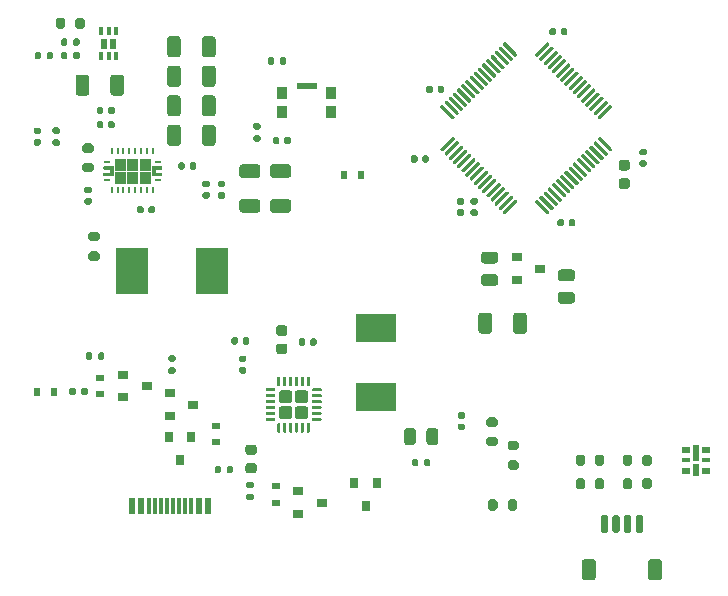
<source format=gtp>
G04 #@! TF.GenerationSoftware,KiCad,Pcbnew,(5.1.8)-1*
G04 #@! TF.CreationDate,2020-12-29T13:17:47-08:00*
G04 #@! TF.ProjectId,SuperPower-RPi-KiCAD,53757065-7250-46f7-9765-722d5250692d,rev?*
G04 #@! TF.SameCoordinates,Original*
G04 #@! TF.FileFunction,Paste,Top*
G04 #@! TF.FilePolarity,Positive*
%FSLAX46Y46*%
G04 Gerber Fmt 4.6, Leading zero omitted, Abs format (unit mm)*
G04 Created by KiCad (PCBNEW (5.1.8)-1) date 2020-12-29 13:17:47*
%MOMM*%
%LPD*%
G01*
G04 APERTURE LIST*
%ADD10C,0.010000*%
%ADD11R,0.600000X0.700000*%
%ADD12R,0.900000X0.800000*%
%ADD13R,0.630000X0.820000*%
%ADD14R,0.400000X0.650000*%
%ADD15R,0.700000X0.600000*%
%ADD16R,0.800000X0.900000*%
%ADD17R,2.750000X4.000000*%
%ADD18R,0.800000X0.500000*%
%ADD19R,0.800000X0.300000*%
%ADD20R,0.500000X1.000000*%
%ADD21R,0.500000X1.480000*%
%ADD22R,0.240000X0.600000*%
%ADD23R,0.600000X0.240000*%
%ADD24R,1.700000X0.550000*%
%ADD25R,0.900000X1.000000*%
%ADD26R,3.429000X2.413000*%
%ADD27R,0.600000X1.450000*%
%ADD28R,0.300000X1.450000*%
G04 APERTURE END LIST*
D10*
G36*
X61925000Y-70125000D02*
G01*
X62650000Y-70125000D01*
X62652617Y-70125069D01*
X62655226Y-70125274D01*
X62657822Y-70125616D01*
X62660396Y-70126093D01*
X62662941Y-70126704D01*
X62665451Y-70127447D01*
X62667918Y-70128321D01*
X62670337Y-70129323D01*
X62672700Y-70130450D01*
X62675000Y-70131699D01*
X62677232Y-70133066D01*
X62679389Y-70134549D01*
X62681466Y-70136143D01*
X62683457Y-70137843D01*
X62685355Y-70139645D01*
X62687157Y-70141543D01*
X62688857Y-70143534D01*
X62690451Y-70145611D01*
X62691934Y-70147768D01*
X62693301Y-70150000D01*
X62694550Y-70152300D01*
X62695677Y-70154663D01*
X62696679Y-70157082D01*
X62697553Y-70159549D01*
X62698296Y-70162059D01*
X62698907Y-70164604D01*
X62699384Y-70167178D01*
X62699726Y-70169774D01*
X62699931Y-70172383D01*
X62700000Y-70175000D01*
X62700000Y-70275000D01*
X62699931Y-70277617D01*
X62699726Y-70280226D01*
X62699384Y-70282822D01*
X62698907Y-70285396D01*
X62698296Y-70287941D01*
X62697553Y-70290451D01*
X62696679Y-70292918D01*
X62695677Y-70295337D01*
X62694550Y-70297700D01*
X62693301Y-70300000D01*
X62691934Y-70302232D01*
X62690451Y-70304389D01*
X62688857Y-70306466D01*
X62687157Y-70308457D01*
X62685355Y-70310355D01*
X62683457Y-70312157D01*
X62681466Y-70313857D01*
X62679389Y-70315451D01*
X62677232Y-70316934D01*
X62675000Y-70318301D01*
X62672700Y-70319550D01*
X62670337Y-70320677D01*
X62667918Y-70321679D01*
X62665451Y-70322553D01*
X62662941Y-70323296D01*
X62660396Y-70323907D01*
X62657822Y-70324384D01*
X62655226Y-70324726D01*
X62652617Y-70324931D01*
X62650000Y-70325000D01*
X62175000Y-70325000D01*
X62175000Y-70675000D01*
X62650000Y-70675000D01*
X62652617Y-70675069D01*
X62655226Y-70675274D01*
X62657822Y-70675616D01*
X62660396Y-70676093D01*
X62662941Y-70676704D01*
X62665451Y-70677447D01*
X62667918Y-70678321D01*
X62670337Y-70679323D01*
X62672700Y-70680450D01*
X62675000Y-70681699D01*
X62677232Y-70683066D01*
X62679389Y-70684549D01*
X62681466Y-70686143D01*
X62683457Y-70687843D01*
X62685355Y-70689645D01*
X62687157Y-70691543D01*
X62688857Y-70693534D01*
X62690451Y-70695611D01*
X62691934Y-70697768D01*
X62693301Y-70700000D01*
X62694550Y-70702300D01*
X62695677Y-70704663D01*
X62696679Y-70707082D01*
X62697553Y-70709549D01*
X62698296Y-70712059D01*
X62698907Y-70714604D01*
X62699384Y-70717178D01*
X62699726Y-70719774D01*
X62699931Y-70722383D01*
X62700000Y-70725000D01*
X62700000Y-70825000D01*
X62699931Y-70827617D01*
X62699726Y-70830226D01*
X62699384Y-70832822D01*
X62698907Y-70835396D01*
X62698296Y-70837941D01*
X62697553Y-70840451D01*
X62696679Y-70842918D01*
X62695677Y-70845337D01*
X62694550Y-70847700D01*
X62693301Y-70850000D01*
X62691934Y-70852232D01*
X62690451Y-70854389D01*
X62688857Y-70856466D01*
X62687157Y-70858457D01*
X62685355Y-70860355D01*
X62683457Y-70862157D01*
X62681466Y-70863857D01*
X62679389Y-70865451D01*
X62677232Y-70866934D01*
X62675000Y-70868301D01*
X62672700Y-70869550D01*
X62670337Y-70870677D01*
X62667918Y-70871679D01*
X62665451Y-70872553D01*
X62662941Y-70873296D01*
X62660396Y-70873907D01*
X62657822Y-70874384D01*
X62655226Y-70874726D01*
X62652617Y-70874931D01*
X62650000Y-70875000D01*
X61925000Y-70875000D01*
X61925000Y-70125000D01*
G37*
X61925000Y-70125000D02*
X62650000Y-70125000D01*
X62652617Y-70125069D01*
X62655226Y-70125274D01*
X62657822Y-70125616D01*
X62660396Y-70126093D01*
X62662941Y-70126704D01*
X62665451Y-70127447D01*
X62667918Y-70128321D01*
X62670337Y-70129323D01*
X62672700Y-70130450D01*
X62675000Y-70131699D01*
X62677232Y-70133066D01*
X62679389Y-70134549D01*
X62681466Y-70136143D01*
X62683457Y-70137843D01*
X62685355Y-70139645D01*
X62687157Y-70141543D01*
X62688857Y-70143534D01*
X62690451Y-70145611D01*
X62691934Y-70147768D01*
X62693301Y-70150000D01*
X62694550Y-70152300D01*
X62695677Y-70154663D01*
X62696679Y-70157082D01*
X62697553Y-70159549D01*
X62698296Y-70162059D01*
X62698907Y-70164604D01*
X62699384Y-70167178D01*
X62699726Y-70169774D01*
X62699931Y-70172383D01*
X62700000Y-70175000D01*
X62700000Y-70275000D01*
X62699931Y-70277617D01*
X62699726Y-70280226D01*
X62699384Y-70282822D01*
X62698907Y-70285396D01*
X62698296Y-70287941D01*
X62697553Y-70290451D01*
X62696679Y-70292918D01*
X62695677Y-70295337D01*
X62694550Y-70297700D01*
X62693301Y-70300000D01*
X62691934Y-70302232D01*
X62690451Y-70304389D01*
X62688857Y-70306466D01*
X62687157Y-70308457D01*
X62685355Y-70310355D01*
X62683457Y-70312157D01*
X62681466Y-70313857D01*
X62679389Y-70315451D01*
X62677232Y-70316934D01*
X62675000Y-70318301D01*
X62672700Y-70319550D01*
X62670337Y-70320677D01*
X62667918Y-70321679D01*
X62665451Y-70322553D01*
X62662941Y-70323296D01*
X62660396Y-70323907D01*
X62657822Y-70324384D01*
X62655226Y-70324726D01*
X62652617Y-70324931D01*
X62650000Y-70325000D01*
X62175000Y-70325000D01*
X62175000Y-70675000D01*
X62650000Y-70675000D01*
X62652617Y-70675069D01*
X62655226Y-70675274D01*
X62657822Y-70675616D01*
X62660396Y-70676093D01*
X62662941Y-70676704D01*
X62665451Y-70677447D01*
X62667918Y-70678321D01*
X62670337Y-70679323D01*
X62672700Y-70680450D01*
X62675000Y-70681699D01*
X62677232Y-70683066D01*
X62679389Y-70684549D01*
X62681466Y-70686143D01*
X62683457Y-70687843D01*
X62685355Y-70689645D01*
X62687157Y-70691543D01*
X62688857Y-70693534D01*
X62690451Y-70695611D01*
X62691934Y-70697768D01*
X62693301Y-70700000D01*
X62694550Y-70702300D01*
X62695677Y-70704663D01*
X62696679Y-70707082D01*
X62697553Y-70709549D01*
X62698296Y-70712059D01*
X62698907Y-70714604D01*
X62699384Y-70717178D01*
X62699726Y-70719774D01*
X62699931Y-70722383D01*
X62700000Y-70725000D01*
X62700000Y-70825000D01*
X62699931Y-70827617D01*
X62699726Y-70830226D01*
X62699384Y-70832822D01*
X62698907Y-70835396D01*
X62698296Y-70837941D01*
X62697553Y-70840451D01*
X62696679Y-70842918D01*
X62695677Y-70845337D01*
X62694550Y-70847700D01*
X62693301Y-70850000D01*
X62691934Y-70852232D01*
X62690451Y-70854389D01*
X62688857Y-70856466D01*
X62687157Y-70858457D01*
X62685355Y-70860355D01*
X62683457Y-70862157D01*
X62681466Y-70863857D01*
X62679389Y-70865451D01*
X62677232Y-70866934D01*
X62675000Y-70868301D01*
X62672700Y-70869550D01*
X62670337Y-70870677D01*
X62667918Y-70871679D01*
X62665451Y-70872553D01*
X62662941Y-70873296D01*
X62660396Y-70873907D01*
X62657822Y-70874384D01*
X62655226Y-70874726D01*
X62652617Y-70874931D01*
X62650000Y-70875000D01*
X61925000Y-70875000D01*
X61925000Y-70125000D01*
G36*
X58575000Y-70875000D02*
G01*
X57850000Y-70875000D01*
X57847383Y-70874931D01*
X57844774Y-70874726D01*
X57842178Y-70874384D01*
X57839604Y-70873907D01*
X57837059Y-70873296D01*
X57834549Y-70872553D01*
X57832082Y-70871679D01*
X57829663Y-70870677D01*
X57827300Y-70869550D01*
X57825000Y-70868301D01*
X57822768Y-70866934D01*
X57820611Y-70865451D01*
X57818534Y-70863857D01*
X57816543Y-70862157D01*
X57814645Y-70860355D01*
X57812843Y-70858457D01*
X57811143Y-70856466D01*
X57809549Y-70854389D01*
X57808066Y-70852232D01*
X57806699Y-70850000D01*
X57805450Y-70847700D01*
X57804323Y-70845337D01*
X57803321Y-70842918D01*
X57802447Y-70840451D01*
X57801704Y-70837941D01*
X57801093Y-70835396D01*
X57800616Y-70832822D01*
X57800274Y-70830226D01*
X57800069Y-70827617D01*
X57800000Y-70825000D01*
X57800000Y-70725000D01*
X57800069Y-70722383D01*
X57800274Y-70719774D01*
X57800616Y-70717178D01*
X57801093Y-70714604D01*
X57801704Y-70712059D01*
X57802447Y-70709549D01*
X57803321Y-70707082D01*
X57804323Y-70704663D01*
X57805450Y-70702300D01*
X57806699Y-70700000D01*
X57808066Y-70697768D01*
X57809549Y-70695611D01*
X57811143Y-70693534D01*
X57812843Y-70691543D01*
X57814645Y-70689645D01*
X57816543Y-70687843D01*
X57818534Y-70686143D01*
X57820611Y-70684549D01*
X57822768Y-70683066D01*
X57825000Y-70681699D01*
X57827300Y-70680450D01*
X57829663Y-70679323D01*
X57832082Y-70678321D01*
X57834549Y-70677447D01*
X57837059Y-70676704D01*
X57839604Y-70676093D01*
X57842178Y-70675616D01*
X57844774Y-70675274D01*
X57847383Y-70675069D01*
X57850000Y-70675000D01*
X58325000Y-70675000D01*
X58325000Y-70325000D01*
X57850000Y-70325000D01*
X57847383Y-70324931D01*
X57844774Y-70324726D01*
X57842178Y-70324384D01*
X57839604Y-70323907D01*
X57837059Y-70323296D01*
X57834549Y-70322553D01*
X57832082Y-70321679D01*
X57829663Y-70320677D01*
X57827300Y-70319550D01*
X57825000Y-70318301D01*
X57822768Y-70316934D01*
X57820611Y-70315451D01*
X57818534Y-70313857D01*
X57816543Y-70312157D01*
X57814645Y-70310355D01*
X57812843Y-70308457D01*
X57811143Y-70306466D01*
X57809549Y-70304389D01*
X57808066Y-70302232D01*
X57806699Y-70300000D01*
X57805450Y-70297700D01*
X57804323Y-70295337D01*
X57803321Y-70292918D01*
X57802447Y-70290451D01*
X57801704Y-70287941D01*
X57801093Y-70285396D01*
X57800616Y-70282822D01*
X57800274Y-70280226D01*
X57800069Y-70277617D01*
X57800000Y-70275000D01*
X57800000Y-70175000D01*
X57800069Y-70172383D01*
X57800274Y-70169774D01*
X57800616Y-70167178D01*
X57801093Y-70164604D01*
X57801704Y-70162059D01*
X57802447Y-70159549D01*
X57803321Y-70157082D01*
X57804323Y-70154663D01*
X57805450Y-70152300D01*
X57806699Y-70150000D01*
X57808066Y-70147768D01*
X57809549Y-70145611D01*
X57811143Y-70143534D01*
X57812843Y-70141543D01*
X57814645Y-70139645D01*
X57816543Y-70137843D01*
X57818534Y-70136143D01*
X57820611Y-70134549D01*
X57822768Y-70133066D01*
X57825000Y-70131699D01*
X57827300Y-70130450D01*
X57829663Y-70129323D01*
X57832082Y-70128321D01*
X57834549Y-70127447D01*
X57837059Y-70126704D01*
X57839604Y-70126093D01*
X57842178Y-70125616D01*
X57844774Y-70125274D01*
X57847383Y-70125069D01*
X57850000Y-70125000D01*
X58575000Y-70125000D01*
X58575000Y-70875000D01*
G37*
X58575000Y-70875000D02*
X57850000Y-70875000D01*
X57847383Y-70874931D01*
X57844774Y-70874726D01*
X57842178Y-70874384D01*
X57839604Y-70873907D01*
X57837059Y-70873296D01*
X57834549Y-70872553D01*
X57832082Y-70871679D01*
X57829663Y-70870677D01*
X57827300Y-70869550D01*
X57825000Y-70868301D01*
X57822768Y-70866934D01*
X57820611Y-70865451D01*
X57818534Y-70863857D01*
X57816543Y-70862157D01*
X57814645Y-70860355D01*
X57812843Y-70858457D01*
X57811143Y-70856466D01*
X57809549Y-70854389D01*
X57808066Y-70852232D01*
X57806699Y-70850000D01*
X57805450Y-70847700D01*
X57804323Y-70845337D01*
X57803321Y-70842918D01*
X57802447Y-70840451D01*
X57801704Y-70837941D01*
X57801093Y-70835396D01*
X57800616Y-70832822D01*
X57800274Y-70830226D01*
X57800069Y-70827617D01*
X57800000Y-70825000D01*
X57800000Y-70725000D01*
X57800069Y-70722383D01*
X57800274Y-70719774D01*
X57800616Y-70717178D01*
X57801093Y-70714604D01*
X57801704Y-70712059D01*
X57802447Y-70709549D01*
X57803321Y-70707082D01*
X57804323Y-70704663D01*
X57805450Y-70702300D01*
X57806699Y-70700000D01*
X57808066Y-70697768D01*
X57809549Y-70695611D01*
X57811143Y-70693534D01*
X57812843Y-70691543D01*
X57814645Y-70689645D01*
X57816543Y-70687843D01*
X57818534Y-70686143D01*
X57820611Y-70684549D01*
X57822768Y-70683066D01*
X57825000Y-70681699D01*
X57827300Y-70680450D01*
X57829663Y-70679323D01*
X57832082Y-70678321D01*
X57834549Y-70677447D01*
X57837059Y-70676704D01*
X57839604Y-70676093D01*
X57842178Y-70675616D01*
X57844774Y-70675274D01*
X57847383Y-70675069D01*
X57850000Y-70675000D01*
X58325000Y-70675000D01*
X58325000Y-70325000D01*
X57850000Y-70325000D01*
X57847383Y-70324931D01*
X57844774Y-70324726D01*
X57842178Y-70324384D01*
X57839604Y-70323907D01*
X57837059Y-70323296D01*
X57834549Y-70322553D01*
X57832082Y-70321679D01*
X57829663Y-70320677D01*
X57827300Y-70319550D01*
X57825000Y-70318301D01*
X57822768Y-70316934D01*
X57820611Y-70315451D01*
X57818534Y-70313857D01*
X57816543Y-70312157D01*
X57814645Y-70310355D01*
X57812843Y-70308457D01*
X57811143Y-70306466D01*
X57809549Y-70304389D01*
X57808066Y-70302232D01*
X57806699Y-70300000D01*
X57805450Y-70297700D01*
X57804323Y-70295337D01*
X57803321Y-70292918D01*
X57802447Y-70290451D01*
X57801704Y-70287941D01*
X57801093Y-70285396D01*
X57800616Y-70282822D01*
X57800274Y-70280226D01*
X57800069Y-70277617D01*
X57800000Y-70275000D01*
X57800000Y-70175000D01*
X57800069Y-70172383D01*
X57800274Y-70169774D01*
X57800616Y-70167178D01*
X57801093Y-70164604D01*
X57801704Y-70162059D01*
X57802447Y-70159549D01*
X57803321Y-70157082D01*
X57804323Y-70154663D01*
X57805450Y-70152300D01*
X57806699Y-70150000D01*
X57808066Y-70147768D01*
X57809549Y-70145611D01*
X57811143Y-70143534D01*
X57812843Y-70141543D01*
X57814645Y-70139645D01*
X57816543Y-70137843D01*
X57818534Y-70136143D01*
X57820611Y-70134549D01*
X57822768Y-70133066D01*
X57825000Y-70131699D01*
X57827300Y-70130450D01*
X57829663Y-70129323D01*
X57832082Y-70128321D01*
X57834549Y-70127447D01*
X57837059Y-70126704D01*
X57839604Y-70126093D01*
X57842178Y-70125616D01*
X57844774Y-70125274D01*
X57847383Y-70125069D01*
X57850000Y-70125000D01*
X58575000Y-70125000D01*
X58575000Y-70875000D01*
G36*
X59625000Y-71520000D02*
G01*
X59625000Y-70600000D01*
X58775000Y-70600000D01*
X58775000Y-71520000D01*
X59625000Y-71520000D01*
G37*
X59625000Y-71520000D02*
X59625000Y-70600000D01*
X58775000Y-70600000D01*
X58775000Y-71520000D01*
X59625000Y-71520000D01*
G36*
X59625000Y-70400000D02*
G01*
X59625000Y-69480000D01*
X58775000Y-69480000D01*
X58775000Y-70400000D01*
X59625000Y-70400000D01*
G37*
X59625000Y-70400000D02*
X59625000Y-69480000D01*
X58775000Y-69480000D01*
X58775000Y-70400000D01*
X59625000Y-70400000D01*
G36*
X61725000Y-71520000D02*
G01*
X61725000Y-70600000D01*
X60875000Y-70600000D01*
X60875000Y-71520000D01*
X61725000Y-71520000D01*
G37*
X61725000Y-71520000D02*
X61725000Y-70600000D01*
X60875000Y-70600000D01*
X60875000Y-71520000D01*
X61725000Y-71520000D01*
G36*
X61725000Y-70400000D02*
G01*
X61725000Y-69480000D01*
X60875000Y-69480000D01*
X60875000Y-70400000D01*
X61725000Y-70400000D01*
G37*
X61725000Y-70400000D02*
X61725000Y-69480000D01*
X60875000Y-69480000D01*
X60875000Y-70400000D01*
X61725000Y-70400000D01*
G36*
X60675000Y-71520000D02*
G01*
X60675000Y-70600000D01*
X59825000Y-70600000D01*
X59825000Y-71520000D01*
X60675000Y-71520000D01*
G37*
X60675000Y-71520000D02*
X60675000Y-70600000D01*
X59825000Y-70600000D01*
X59825000Y-71520000D01*
X60675000Y-71520000D01*
G36*
X60675000Y-70400000D02*
G01*
X60675000Y-69480000D01*
X59825000Y-69480000D01*
X59825000Y-70400000D01*
X60675000Y-70400000D01*
G37*
X60675000Y-70400000D02*
X60675000Y-69480000D01*
X59825000Y-69480000D01*
X59825000Y-70400000D01*
X60675000Y-70400000D01*
G36*
G01*
X73100000Y-68120000D02*
X73100000Y-67780000D01*
G75*
G02*
X73240000Y-67640000I140000J0D01*
G01*
X73520000Y-67640000D01*
G75*
G02*
X73660000Y-67780000I0J-140000D01*
G01*
X73660000Y-68120000D01*
G75*
G02*
X73520000Y-68260000I-140000J0D01*
G01*
X73240000Y-68260000D01*
G75*
G02*
X73100000Y-68120000I0J140000D01*
G01*
G37*
G36*
G01*
X72140000Y-68120000D02*
X72140000Y-67780000D01*
G75*
G02*
X72280000Y-67640000I140000J0D01*
G01*
X72560000Y-67640000D01*
G75*
G02*
X72700000Y-67780000I0J-140000D01*
G01*
X72700000Y-68120000D01*
G75*
G02*
X72560000Y-68260000I-140000J0D01*
G01*
X72280000Y-68260000D01*
G75*
G02*
X72140000Y-68120000I0J140000D01*
G01*
G37*
D11*
X79590000Y-70830000D03*
X78190000Y-70830000D03*
G36*
G01*
X70985000Y-67010000D02*
X70615000Y-67010000D01*
G75*
G02*
X70480000Y-66875000I0J135000D01*
G01*
X70480000Y-66605000D01*
G75*
G02*
X70615000Y-66470000I135000J0D01*
G01*
X70985000Y-66470000D01*
G75*
G02*
X71120000Y-66605000I0J-135000D01*
G01*
X71120000Y-66875000D01*
G75*
G02*
X70985000Y-67010000I-135000J0D01*
G01*
G37*
G36*
G01*
X70985000Y-68030000D02*
X70615000Y-68030000D01*
G75*
G02*
X70480000Y-67895000I0J135000D01*
G01*
X70480000Y-67625000D01*
G75*
G02*
X70615000Y-67490000I135000J0D01*
G01*
X70985000Y-67490000D01*
G75*
G02*
X71120000Y-67625000I0J-135000D01*
G01*
X71120000Y-67895000D01*
G75*
G02*
X70985000Y-68030000I-135000J0D01*
G01*
G37*
G36*
G01*
X71525000Y-89112500D02*
X71525000Y-88987500D01*
G75*
G02*
X71587500Y-88925000I62500J0D01*
G01*
X72287500Y-88925000D01*
G75*
G02*
X72350000Y-88987500I0J-62500D01*
G01*
X72350000Y-89112500D01*
G75*
G02*
X72287500Y-89175000I-62500J0D01*
G01*
X71587500Y-89175000D01*
G75*
G02*
X71525000Y-89112500I0J62500D01*
G01*
G37*
G36*
G01*
X71525000Y-89612500D02*
X71525000Y-89487500D01*
G75*
G02*
X71587500Y-89425000I62500J0D01*
G01*
X72287500Y-89425000D01*
G75*
G02*
X72350000Y-89487500I0J-62500D01*
G01*
X72350000Y-89612500D01*
G75*
G02*
X72287500Y-89675000I-62500J0D01*
G01*
X71587500Y-89675000D01*
G75*
G02*
X71525000Y-89612500I0J62500D01*
G01*
G37*
G36*
G01*
X71525000Y-90112500D02*
X71525000Y-89987500D01*
G75*
G02*
X71587500Y-89925000I62500J0D01*
G01*
X72287500Y-89925000D01*
G75*
G02*
X72350000Y-89987500I0J-62500D01*
G01*
X72350000Y-90112500D01*
G75*
G02*
X72287500Y-90175000I-62500J0D01*
G01*
X71587500Y-90175000D01*
G75*
G02*
X71525000Y-90112500I0J62500D01*
G01*
G37*
G36*
G01*
X71525000Y-90612500D02*
X71525000Y-90487500D01*
G75*
G02*
X71587500Y-90425000I62500J0D01*
G01*
X72287500Y-90425000D01*
G75*
G02*
X72350000Y-90487500I0J-62500D01*
G01*
X72350000Y-90612500D01*
G75*
G02*
X72287500Y-90675000I-62500J0D01*
G01*
X71587500Y-90675000D01*
G75*
G02*
X71525000Y-90612500I0J62500D01*
G01*
G37*
G36*
G01*
X71525000Y-91112500D02*
X71525000Y-90987500D01*
G75*
G02*
X71587500Y-90925000I62500J0D01*
G01*
X72287500Y-90925000D01*
G75*
G02*
X72350000Y-90987500I0J-62500D01*
G01*
X72350000Y-91112500D01*
G75*
G02*
X72287500Y-91175000I-62500J0D01*
G01*
X71587500Y-91175000D01*
G75*
G02*
X71525000Y-91112500I0J62500D01*
G01*
G37*
G36*
G01*
X71525000Y-91612500D02*
X71525000Y-91487500D01*
G75*
G02*
X71587500Y-91425000I62500J0D01*
G01*
X72287500Y-91425000D01*
G75*
G02*
X72350000Y-91487500I0J-62500D01*
G01*
X72350000Y-91612500D01*
G75*
G02*
X72287500Y-91675000I-62500J0D01*
G01*
X71587500Y-91675000D01*
G75*
G02*
X71525000Y-91612500I0J62500D01*
G01*
G37*
G36*
G01*
X72525000Y-92612500D02*
X72525000Y-91912500D01*
G75*
G02*
X72587500Y-91850000I62500J0D01*
G01*
X72712500Y-91850000D01*
G75*
G02*
X72775000Y-91912500I0J-62500D01*
G01*
X72775000Y-92612500D01*
G75*
G02*
X72712500Y-92675000I-62500J0D01*
G01*
X72587500Y-92675000D01*
G75*
G02*
X72525000Y-92612500I0J62500D01*
G01*
G37*
G36*
G01*
X73025000Y-92612500D02*
X73025000Y-91912500D01*
G75*
G02*
X73087500Y-91850000I62500J0D01*
G01*
X73212500Y-91850000D01*
G75*
G02*
X73275000Y-91912500I0J-62500D01*
G01*
X73275000Y-92612500D01*
G75*
G02*
X73212500Y-92675000I-62500J0D01*
G01*
X73087500Y-92675000D01*
G75*
G02*
X73025000Y-92612500I0J62500D01*
G01*
G37*
G36*
G01*
X73525000Y-92612500D02*
X73525000Y-91912500D01*
G75*
G02*
X73587500Y-91850000I62500J0D01*
G01*
X73712500Y-91850000D01*
G75*
G02*
X73775000Y-91912500I0J-62500D01*
G01*
X73775000Y-92612500D01*
G75*
G02*
X73712500Y-92675000I-62500J0D01*
G01*
X73587500Y-92675000D01*
G75*
G02*
X73525000Y-92612500I0J62500D01*
G01*
G37*
G36*
G01*
X74025000Y-92612500D02*
X74025000Y-91912500D01*
G75*
G02*
X74087500Y-91850000I62500J0D01*
G01*
X74212500Y-91850000D01*
G75*
G02*
X74275000Y-91912500I0J-62500D01*
G01*
X74275000Y-92612500D01*
G75*
G02*
X74212500Y-92675000I-62500J0D01*
G01*
X74087500Y-92675000D01*
G75*
G02*
X74025000Y-92612500I0J62500D01*
G01*
G37*
G36*
G01*
X74525000Y-92612500D02*
X74525000Y-91912500D01*
G75*
G02*
X74587500Y-91850000I62500J0D01*
G01*
X74712500Y-91850000D01*
G75*
G02*
X74775000Y-91912500I0J-62500D01*
G01*
X74775000Y-92612500D01*
G75*
G02*
X74712500Y-92675000I-62500J0D01*
G01*
X74587500Y-92675000D01*
G75*
G02*
X74525000Y-92612500I0J62500D01*
G01*
G37*
G36*
G01*
X75025000Y-92612500D02*
X75025000Y-91912500D01*
G75*
G02*
X75087500Y-91850000I62500J0D01*
G01*
X75212500Y-91850000D01*
G75*
G02*
X75275000Y-91912500I0J-62500D01*
G01*
X75275000Y-92612500D01*
G75*
G02*
X75212500Y-92675000I-62500J0D01*
G01*
X75087500Y-92675000D01*
G75*
G02*
X75025000Y-92612500I0J62500D01*
G01*
G37*
G36*
G01*
X75450000Y-91612500D02*
X75450000Y-91487500D01*
G75*
G02*
X75512500Y-91425000I62500J0D01*
G01*
X76212500Y-91425000D01*
G75*
G02*
X76275000Y-91487500I0J-62500D01*
G01*
X76275000Y-91612500D01*
G75*
G02*
X76212500Y-91675000I-62500J0D01*
G01*
X75512500Y-91675000D01*
G75*
G02*
X75450000Y-91612500I0J62500D01*
G01*
G37*
G36*
G01*
X75450000Y-91112500D02*
X75450000Y-90987500D01*
G75*
G02*
X75512500Y-90925000I62500J0D01*
G01*
X76212500Y-90925000D01*
G75*
G02*
X76275000Y-90987500I0J-62500D01*
G01*
X76275000Y-91112500D01*
G75*
G02*
X76212500Y-91175000I-62500J0D01*
G01*
X75512500Y-91175000D01*
G75*
G02*
X75450000Y-91112500I0J62500D01*
G01*
G37*
G36*
G01*
X75450000Y-90612500D02*
X75450000Y-90487500D01*
G75*
G02*
X75512500Y-90425000I62500J0D01*
G01*
X76212500Y-90425000D01*
G75*
G02*
X76275000Y-90487500I0J-62500D01*
G01*
X76275000Y-90612500D01*
G75*
G02*
X76212500Y-90675000I-62500J0D01*
G01*
X75512500Y-90675000D01*
G75*
G02*
X75450000Y-90612500I0J62500D01*
G01*
G37*
G36*
G01*
X75450000Y-90112500D02*
X75450000Y-89987500D01*
G75*
G02*
X75512500Y-89925000I62500J0D01*
G01*
X76212500Y-89925000D01*
G75*
G02*
X76275000Y-89987500I0J-62500D01*
G01*
X76275000Y-90112500D01*
G75*
G02*
X76212500Y-90175000I-62500J0D01*
G01*
X75512500Y-90175000D01*
G75*
G02*
X75450000Y-90112500I0J62500D01*
G01*
G37*
G36*
G01*
X75450000Y-89612500D02*
X75450000Y-89487500D01*
G75*
G02*
X75512500Y-89425000I62500J0D01*
G01*
X76212500Y-89425000D01*
G75*
G02*
X76275000Y-89487500I0J-62500D01*
G01*
X76275000Y-89612500D01*
G75*
G02*
X76212500Y-89675000I-62500J0D01*
G01*
X75512500Y-89675000D01*
G75*
G02*
X75450000Y-89612500I0J62500D01*
G01*
G37*
G36*
G01*
X75450000Y-89112500D02*
X75450000Y-88987500D01*
G75*
G02*
X75512500Y-88925000I62500J0D01*
G01*
X76212500Y-88925000D01*
G75*
G02*
X76275000Y-88987500I0J-62500D01*
G01*
X76275000Y-89112500D01*
G75*
G02*
X76212500Y-89175000I-62500J0D01*
G01*
X75512500Y-89175000D01*
G75*
G02*
X75450000Y-89112500I0J62500D01*
G01*
G37*
G36*
G01*
X75025000Y-88687500D02*
X75025000Y-87987500D01*
G75*
G02*
X75087500Y-87925000I62500J0D01*
G01*
X75212500Y-87925000D01*
G75*
G02*
X75275000Y-87987500I0J-62500D01*
G01*
X75275000Y-88687500D01*
G75*
G02*
X75212500Y-88750000I-62500J0D01*
G01*
X75087500Y-88750000D01*
G75*
G02*
X75025000Y-88687500I0J62500D01*
G01*
G37*
G36*
G01*
X74525000Y-88687500D02*
X74525000Y-87987500D01*
G75*
G02*
X74587500Y-87925000I62500J0D01*
G01*
X74712500Y-87925000D01*
G75*
G02*
X74775000Y-87987500I0J-62500D01*
G01*
X74775000Y-88687500D01*
G75*
G02*
X74712500Y-88750000I-62500J0D01*
G01*
X74587500Y-88750000D01*
G75*
G02*
X74525000Y-88687500I0J62500D01*
G01*
G37*
G36*
G01*
X74025000Y-88687500D02*
X74025000Y-87987500D01*
G75*
G02*
X74087500Y-87925000I62500J0D01*
G01*
X74212500Y-87925000D01*
G75*
G02*
X74275000Y-87987500I0J-62500D01*
G01*
X74275000Y-88687500D01*
G75*
G02*
X74212500Y-88750000I-62500J0D01*
G01*
X74087500Y-88750000D01*
G75*
G02*
X74025000Y-88687500I0J62500D01*
G01*
G37*
G36*
G01*
X73525000Y-88687500D02*
X73525000Y-87987500D01*
G75*
G02*
X73587500Y-87925000I62500J0D01*
G01*
X73712500Y-87925000D01*
G75*
G02*
X73775000Y-87987500I0J-62500D01*
G01*
X73775000Y-88687500D01*
G75*
G02*
X73712500Y-88750000I-62500J0D01*
G01*
X73587500Y-88750000D01*
G75*
G02*
X73525000Y-88687500I0J62500D01*
G01*
G37*
G36*
G01*
X73025000Y-88687500D02*
X73025000Y-87987500D01*
G75*
G02*
X73087500Y-87925000I62500J0D01*
G01*
X73212500Y-87925000D01*
G75*
G02*
X73275000Y-87987500I0J-62500D01*
G01*
X73275000Y-88687500D01*
G75*
G02*
X73212500Y-88750000I-62500J0D01*
G01*
X73087500Y-88750000D01*
G75*
G02*
X73025000Y-88687500I0J62500D01*
G01*
G37*
G36*
G01*
X72525000Y-88687500D02*
X72525000Y-87987500D01*
G75*
G02*
X72587500Y-87925000I62500J0D01*
G01*
X72712500Y-87925000D01*
G75*
G02*
X72775000Y-87987500I0J-62500D01*
G01*
X72775000Y-88687500D01*
G75*
G02*
X72712500Y-88750000I-62500J0D01*
G01*
X72587500Y-88750000D01*
G75*
G02*
X72525000Y-88687500I0J62500D01*
G01*
G37*
G36*
G01*
X72660000Y-89940000D02*
X72660000Y-89310000D01*
G75*
G02*
X72910000Y-89060000I250000J0D01*
G01*
X73540000Y-89060000D01*
G75*
G02*
X73790000Y-89310000I0J-250000D01*
G01*
X73790000Y-89940000D01*
G75*
G02*
X73540000Y-90190000I-250000J0D01*
G01*
X72910000Y-90190000D01*
G75*
G02*
X72660000Y-89940000I0J250000D01*
G01*
G37*
G36*
G01*
X72660000Y-91290000D02*
X72660000Y-90660000D01*
G75*
G02*
X72910000Y-90410000I250000J0D01*
G01*
X73540000Y-90410000D01*
G75*
G02*
X73790000Y-90660000I0J-250000D01*
G01*
X73790000Y-91290000D01*
G75*
G02*
X73540000Y-91540000I-250000J0D01*
G01*
X72910000Y-91540000D01*
G75*
G02*
X72660000Y-91290000I0J250000D01*
G01*
G37*
G36*
G01*
X74010000Y-89940000D02*
X74010000Y-89310000D01*
G75*
G02*
X74260000Y-89060000I250000J0D01*
G01*
X74890000Y-89060000D01*
G75*
G02*
X75140000Y-89310000I0J-250000D01*
G01*
X75140000Y-89940000D01*
G75*
G02*
X74890000Y-90190000I-250000J0D01*
G01*
X74260000Y-90190000D01*
G75*
G02*
X74010000Y-89940000I0J250000D01*
G01*
G37*
G36*
G01*
X74010000Y-91290000D02*
X74010000Y-90660000D01*
G75*
G02*
X74260000Y-90410000I250000J0D01*
G01*
X74890000Y-90410000D01*
G75*
G02*
X75140000Y-90660000I0J-250000D01*
G01*
X75140000Y-91290000D01*
G75*
G02*
X74890000Y-91540000I-250000J0D01*
G01*
X74260000Y-91540000D01*
G75*
G02*
X74010000Y-91290000I0J250000D01*
G01*
G37*
G36*
G01*
X85150000Y-93475000D02*
X85150000Y-92525000D01*
G75*
G02*
X85400000Y-92275000I250000J0D01*
G01*
X85900000Y-92275000D01*
G75*
G02*
X86150000Y-92525000I0J-250000D01*
G01*
X86150000Y-93475000D01*
G75*
G02*
X85900000Y-93725000I-250000J0D01*
G01*
X85400000Y-93725000D01*
G75*
G02*
X85150000Y-93475000I0J250000D01*
G01*
G37*
G36*
G01*
X83250000Y-93475000D02*
X83250000Y-92525000D01*
G75*
G02*
X83500000Y-92275000I250000J0D01*
G01*
X84000000Y-92275000D01*
G75*
G02*
X84250000Y-92525000I0J-250000D01*
G01*
X84250000Y-93475000D01*
G75*
G02*
X84000000Y-93725000I-250000J0D01*
G01*
X83500000Y-93725000D01*
G75*
G02*
X83250000Y-93475000I0J250000D01*
G01*
G37*
D12*
X76300000Y-98600000D03*
X74300000Y-99550000D03*
X74300000Y-97650000D03*
G36*
G01*
X70385000Y-97360000D02*
X70015000Y-97360000D01*
G75*
G02*
X69880000Y-97225000I0J135000D01*
G01*
X69880000Y-96955000D01*
G75*
G02*
X70015000Y-96820000I135000J0D01*
G01*
X70385000Y-96820000D01*
G75*
G02*
X70520000Y-96955000I0J-135000D01*
G01*
X70520000Y-97225000D01*
G75*
G02*
X70385000Y-97360000I-135000J0D01*
G01*
G37*
G36*
G01*
X70385000Y-98380000D02*
X70015000Y-98380000D01*
G75*
G02*
X69880000Y-98245000I0J135000D01*
G01*
X69880000Y-97975000D01*
G75*
G02*
X70015000Y-97840000I135000J0D01*
G01*
X70385000Y-97840000D01*
G75*
G02*
X70520000Y-97975000I0J-135000D01*
G01*
X70520000Y-98245000D01*
G75*
G02*
X70385000Y-98380000I-135000J0D01*
G01*
G37*
D13*
X57850000Y-59750000D03*
X58650000Y-59750000D03*
D14*
X58900000Y-60800000D03*
X58250000Y-60800000D03*
X57600000Y-60800000D03*
X57600000Y-58700000D03*
X58250000Y-58700000D03*
X58900000Y-58700000D03*
G36*
G01*
X54575000Y-57725000D02*
X54575000Y-58275000D01*
G75*
G02*
X54375000Y-58475000I-200000J0D01*
G01*
X53975000Y-58475000D01*
G75*
G02*
X53775000Y-58275000I0J200000D01*
G01*
X53775000Y-57725000D01*
G75*
G02*
X53975000Y-57525000I200000J0D01*
G01*
X54375000Y-57525000D01*
G75*
G02*
X54575000Y-57725000I0J-200000D01*
G01*
G37*
G36*
G01*
X56225000Y-57725000D02*
X56225000Y-58275000D01*
G75*
G02*
X56025000Y-58475000I-200000J0D01*
G01*
X55625000Y-58475000D01*
G75*
G02*
X55425000Y-58275000I0J200000D01*
G01*
X55425000Y-57725000D01*
G75*
G02*
X55625000Y-57525000I200000J0D01*
G01*
X56025000Y-57525000D01*
G75*
G02*
X56225000Y-57725000I0J-200000D01*
G01*
G37*
D12*
X94800000Y-78770000D03*
X92800000Y-79720000D03*
X92800000Y-77820000D03*
G36*
G01*
X97475000Y-79850000D02*
X96525000Y-79850000D01*
G75*
G02*
X96275000Y-79600000I0J250000D01*
G01*
X96275000Y-79100000D01*
G75*
G02*
X96525000Y-78850000I250000J0D01*
G01*
X97475000Y-78850000D01*
G75*
G02*
X97725000Y-79100000I0J-250000D01*
G01*
X97725000Y-79600000D01*
G75*
G02*
X97475000Y-79850000I-250000J0D01*
G01*
G37*
G36*
G01*
X97475000Y-81750000D02*
X96525000Y-81750000D01*
G75*
G02*
X96275000Y-81500000I0J250000D01*
G01*
X96275000Y-81000000D01*
G75*
G02*
X96525000Y-80750000I250000J0D01*
G01*
X97475000Y-80750000D01*
G75*
G02*
X97725000Y-81000000I0J-250000D01*
G01*
X97725000Y-81500000D01*
G75*
G02*
X97475000Y-81750000I-250000J0D01*
G01*
G37*
G36*
G01*
X90025000Y-79250000D02*
X90975000Y-79250000D01*
G75*
G02*
X91225000Y-79500000I0J-250000D01*
G01*
X91225000Y-80000000D01*
G75*
G02*
X90975000Y-80250000I-250000J0D01*
G01*
X90025000Y-80250000D01*
G75*
G02*
X89775000Y-80000000I0J250000D01*
G01*
X89775000Y-79500000D01*
G75*
G02*
X90025000Y-79250000I250000J0D01*
G01*
G37*
G36*
G01*
X90025000Y-77350000D02*
X90975000Y-77350000D01*
G75*
G02*
X91225000Y-77600000I0J-250000D01*
G01*
X91225000Y-78100000D01*
G75*
G02*
X90975000Y-78350000I-250000J0D01*
G01*
X90025000Y-78350000D01*
G75*
G02*
X89775000Y-78100000I0J250000D01*
G01*
X89775000Y-77600000D01*
G75*
G02*
X90025000Y-77350000I250000J0D01*
G01*
G37*
G36*
G01*
X89360000Y-73360000D02*
X89020000Y-73360000D01*
G75*
G02*
X88880000Y-73220000I0J140000D01*
G01*
X88880000Y-72940000D01*
G75*
G02*
X89020000Y-72800000I140000J0D01*
G01*
X89360000Y-72800000D01*
G75*
G02*
X89500000Y-72940000I0J-140000D01*
G01*
X89500000Y-73220000D01*
G75*
G02*
X89360000Y-73360000I-140000J0D01*
G01*
G37*
G36*
G01*
X89360000Y-74320000D02*
X89020000Y-74320000D01*
G75*
G02*
X88880000Y-74180000I0J140000D01*
G01*
X88880000Y-73900000D01*
G75*
G02*
X89020000Y-73760000I140000J0D01*
G01*
X89360000Y-73760000D01*
G75*
G02*
X89500000Y-73900000I0J-140000D01*
G01*
X89500000Y-74180000D01*
G75*
G02*
X89360000Y-74320000I-140000J0D01*
G01*
G37*
G36*
G01*
X88200000Y-73360000D02*
X87860000Y-73360000D01*
G75*
G02*
X87720000Y-73220000I0J140000D01*
G01*
X87720000Y-72940000D01*
G75*
G02*
X87860000Y-72800000I140000J0D01*
G01*
X88200000Y-72800000D01*
G75*
G02*
X88340000Y-72940000I0J-140000D01*
G01*
X88340000Y-73220000D01*
G75*
G02*
X88200000Y-73360000I-140000J0D01*
G01*
G37*
G36*
G01*
X88200000Y-74320000D02*
X87860000Y-74320000D01*
G75*
G02*
X87720000Y-74180000I0J140000D01*
G01*
X87720000Y-73900000D01*
G75*
G02*
X87860000Y-73760000I140000J0D01*
G01*
X88200000Y-73760000D01*
G75*
G02*
X88340000Y-73900000I0J-140000D01*
G01*
X88340000Y-74180000D01*
G75*
G02*
X88200000Y-74320000I-140000J0D01*
G01*
G37*
G36*
G01*
X87930000Y-91900000D02*
X88270000Y-91900000D01*
G75*
G02*
X88410000Y-92040000I0J-140000D01*
G01*
X88410000Y-92320000D01*
G75*
G02*
X88270000Y-92460000I-140000J0D01*
G01*
X87930000Y-92460000D01*
G75*
G02*
X87790000Y-92320000I0J140000D01*
G01*
X87790000Y-92040000D01*
G75*
G02*
X87930000Y-91900000I140000J0D01*
G01*
G37*
G36*
G01*
X87930000Y-90940000D02*
X88270000Y-90940000D01*
G75*
G02*
X88410000Y-91080000I0J-140000D01*
G01*
X88410000Y-91360000D01*
G75*
G02*
X88270000Y-91500000I-140000J0D01*
G01*
X87930000Y-91500000D01*
G75*
G02*
X87790000Y-91360000I0J140000D01*
G01*
X87790000Y-91080000D01*
G75*
G02*
X87930000Y-90940000I140000J0D01*
G01*
G37*
G36*
G01*
X69200000Y-84730000D02*
X69200000Y-85070000D01*
G75*
G02*
X69060000Y-85210000I-140000J0D01*
G01*
X68780000Y-85210000D01*
G75*
G02*
X68640000Y-85070000I0J140000D01*
G01*
X68640000Y-84730000D01*
G75*
G02*
X68780000Y-84590000I140000J0D01*
G01*
X69060000Y-84590000D01*
G75*
G02*
X69200000Y-84730000I0J-140000D01*
G01*
G37*
G36*
G01*
X70160000Y-84730000D02*
X70160000Y-85070000D01*
G75*
G02*
X70020000Y-85210000I-140000J0D01*
G01*
X69740000Y-85210000D01*
G75*
G02*
X69600000Y-85070000I0J140000D01*
G01*
X69600000Y-84730000D01*
G75*
G02*
X69740000Y-84590000I140000J0D01*
G01*
X70020000Y-84590000D01*
G75*
G02*
X70160000Y-84730000I0J-140000D01*
G01*
G37*
G36*
G01*
X69770000Y-86700000D02*
X69430000Y-86700000D01*
G75*
G02*
X69290000Y-86560000I0J140000D01*
G01*
X69290000Y-86280000D01*
G75*
G02*
X69430000Y-86140000I140000J0D01*
G01*
X69770000Y-86140000D01*
G75*
G02*
X69910000Y-86280000I0J-140000D01*
G01*
X69910000Y-86560000D01*
G75*
G02*
X69770000Y-86700000I-140000J0D01*
G01*
G37*
G36*
G01*
X69770000Y-87660000D02*
X69430000Y-87660000D01*
G75*
G02*
X69290000Y-87520000I0J140000D01*
G01*
X69290000Y-87240000D01*
G75*
G02*
X69430000Y-87100000I140000J0D01*
G01*
X69770000Y-87100000D01*
G75*
G02*
X69910000Y-87240000I0J-140000D01*
G01*
X69910000Y-87520000D01*
G75*
G02*
X69770000Y-87660000I-140000J0D01*
G01*
G37*
G36*
G01*
X56330000Y-72800000D02*
X56670000Y-72800000D01*
G75*
G02*
X56810000Y-72940000I0J-140000D01*
G01*
X56810000Y-73220000D01*
G75*
G02*
X56670000Y-73360000I-140000J0D01*
G01*
X56330000Y-73360000D01*
G75*
G02*
X56190000Y-73220000I0J140000D01*
G01*
X56190000Y-72940000D01*
G75*
G02*
X56330000Y-72800000I140000J0D01*
G01*
G37*
G36*
G01*
X56330000Y-71840000D02*
X56670000Y-71840000D01*
G75*
G02*
X56810000Y-71980000I0J-140000D01*
G01*
X56810000Y-72260000D01*
G75*
G02*
X56670000Y-72400000I-140000J0D01*
G01*
X56330000Y-72400000D01*
G75*
G02*
X56190000Y-72260000I0J140000D01*
G01*
X56190000Y-71980000D01*
G75*
G02*
X56330000Y-71840000I140000J0D01*
G01*
G37*
G36*
G01*
X57800000Y-65230000D02*
X57800000Y-65570000D01*
G75*
G02*
X57660000Y-65710000I-140000J0D01*
G01*
X57380000Y-65710000D01*
G75*
G02*
X57240000Y-65570000I0J140000D01*
G01*
X57240000Y-65230000D01*
G75*
G02*
X57380000Y-65090000I140000J0D01*
G01*
X57660000Y-65090000D01*
G75*
G02*
X57800000Y-65230000I0J-140000D01*
G01*
G37*
G36*
G01*
X58760000Y-65230000D02*
X58760000Y-65570000D01*
G75*
G02*
X58620000Y-65710000I-140000J0D01*
G01*
X58340000Y-65710000D01*
G75*
G02*
X58200000Y-65570000I0J140000D01*
G01*
X58200000Y-65230000D01*
G75*
G02*
X58340000Y-65090000I140000J0D01*
G01*
X58620000Y-65090000D01*
G75*
G02*
X58760000Y-65230000I0J-140000D01*
G01*
G37*
G36*
G01*
X67970000Y-71900000D02*
X67630000Y-71900000D01*
G75*
G02*
X67490000Y-71760000I0J140000D01*
G01*
X67490000Y-71480000D01*
G75*
G02*
X67630000Y-71340000I140000J0D01*
G01*
X67970000Y-71340000D01*
G75*
G02*
X68110000Y-71480000I0J-140000D01*
G01*
X68110000Y-71760000D01*
G75*
G02*
X67970000Y-71900000I-140000J0D01*
G01*
G37*
G36*
G01*
X67970000Y-72860000D02*
X67630000Y-72860000D01*
G75*
G02*
X67490000Y-72720000I0J140000D01*
G01*
X67490000Y-72440000D01*
G75*
G02*
X67630000Y-72300000I140000J0D01*
G01*
X67970000Y-72300000D01*
G75*
G02*
X68110000Y-72440000I0J-140000D01*
G01*
X68110000Y-72720000D01*
G75*
G02*
X67970000Y-72860000I-140000J0D01*
G01*
G37*
D15*
X72400000Y-97200000D03*
X72400000Y-98600000D03*
D12*
X65400000Y-90300000D03*
X63400000Y-91250000D03*
X63400000Y-89350000D03*
D16*
X64300000Y-95000000D03*
X63350000Y-93000000D03*
X65250000Y-93000000D03*
D12*
X61500000Y-88700000D03*
X59500000Y-89650000D03*
X59500000Y-87750000D03*
D16*
X80000000Y-98900000D03*
X79050000Y-96900000D03*
X80950000Y-96900000D03*
G36*
G01*
X72260000Y-61015000D02*
X72260000Y-61385000D01*
G75*
G02*
X72125000Y-61520000I-135000J0D01*
G01*
X71855000Y-61520000D01*
G75*
G02*
X71720000Y-61385000I0J135000D01*
G01*
X71720000Y-61015000D01*
G75*
G02*
X71855000Y-60880000I135000J0D01*
G01*
X72125000Y-60880000D01*
G75*
G02*
X72260000Y-61015000I0J-135000D01*
G01*
G37*
G36*
G01*
X73280000Y-61015000D02*
X73280000Y-61385000D01*
G75*
G02*
X73145000Y-61520000I-135000J0D01*
G01*
X72875000Y-61520000D01*
G75*
G02*
X72740000Y-61385000I0J135000D01*
G01*
X72740000Y-61015000D01*
G75*
G02*
X72875000Y-60880000I135000J0D01*
G01*
X73145000Y-60880000D01*
G75*
G02*
X73280000Y-61015000I0J-135000D01*
G01*
G37*
G36*
G01*
X63785000Y-86660000D02*
X63415000Y-86660000D01*
G75*
G02*
X63280000Y-86525000I0J135000D01*
G01*
X63280000Y-86255000D01*
G75*
G02*
X63415000Y-86120000I135000J0D01*
G01*
X63785000Y-86120000D01*
G75*
G02*
X63920000Y-86255000I0J-135000D01*
G01*
X63920000Y-86525000D01*
G75*
G02*
X63785000Y-86660000I-135000J0D01*
G01*
G37*
G36*
G01*
X63785000Y-87680000D02*
X63415000Y-87680000D01*
G75*
G02*
X63280000Y-87545000I0J135000D01*
G01*
X63280000Y-87275000D01*
G75*
G02*
X63415000Y-87140000I135000J0D01*
G01*
X63785000Y-87140000D01*
G75*
G02*
X63920000Y-87275000I0J-135000D01*
G01*
X63920000Y-87545000D01*
G75*
G02*
X63785000Y-87680000I-135000J0D01*
G01*
G37*
G36*
G01*
X56860000Y-86015000D02*
X56860000Y-86385000D01*
G75*
G02*
X56725000Y-86520000I-135000J0D01*
G01*
X56455000Y-86520000D01*
G75*
G02*
X56320000Y-86385000I0J135000D01*
G01*
X56320000Y-86015000D01*
G75*
G02*
X56455000Y-85880000I135000J0D01*
G01*
X56725000Y-85880000D01*
G75*
G02*
X56860000Y-86015000I0J-135000D01*
G01*
G37*
G36*
G01*
X57880000Y-86015000D02*
X57880000Y-86385000D01*
G75*
G02*
X57745000Y-86520000I-135000J0D01*
G01*
X57475000Y-86520000D01*
G75*
G02*
X57340000Y-86385000I0J135000D01*
G01*
X57340000Y-86015000D01*
G75*
G02*
X57475000Y-85880000I135000J0D01*
G01*
X57745000Y-85880000D01*
G75*
G02*
X57880000Y-86015000I0J-135000D01*
G01*
G37*
G36*
G01*
X55940000Y-89385000D02*
X55940000Y-89015000D01*
G75*
G02*
X56075000Y-88880000I135000J0D01*
G01*
X56345000Y-88880000D01*
G75*
G02*
X56480000Y-89015000I0J-135000D01*
G01*
X56480000Y-89385000D01*
G75*
G02*
X56345000Y-89520000I-135000J0D01*
G01*
X56075000Y-89520000D01*
G75*
G02*
X55940000Y-89385000I0J135000D01*
G01*
G37*
G36*
G01*
X54920000Y-89385000D02*
X54920000Y-89015000D01*
G75*
G02*
X55055000Y-88880000I135000J0D01*
G01*
X55325000Y-88880000D01*
G75*
G02*
X55460000Y-89015000I0J-135000D01*
G01*
X55460000Y-89385000D01*
G75*
G02*
X55325000Y-89520000I-135000J0D01*
G01*
X55055000Y-89520000D01*
G75*
G02*
X54920000Y-89385000I0J135000D01*
G01*
G37*
G36*
G01*
X68240000Y-95985000D02*
X68240000Y-95615000D01*
G75*
G02*
X68375000Y-95480000I135000J0D01*
G01*
X68645000Y-95480000D01*
G75*
G02*
X68780000Y-95615000I0J-135000D01*
G01*
X68780000Y-95985000D01*
G75*
G02*
X68645000Y-96120000I-135000J0D01*
G01*
X68375000Y-96120000D01*
G75*
G02*
X68240000Y-95985000I0J135000D01*
G01*
G37*
G36*
G01*
X67220000Y-95985000D02*
X67220000Y-95615000D01*
G75*
G02*
X67355000Y-95480000I135000J0D01*
G01*
X67625000Y-95480000D01*
G75*
G02*
X67760000Y-95615000I0J-135000D01*
G01*
X67760000Y-95985000D01*
G75*
G02*
X67625000Y-96120000I-135000J0D01*
G01*
X67355000Y-96120000D01*
G75*
G02*
X67220000Y-95985000I0J135000D01*
G01*
G37*
G36*
G01*
X84940000Y-95385000D02*
X84940000Y-95015000D01*
G75*
G02*
X85075000Y-94880000I135000J0D01*
G01*
X85345000Y-94880000D01*
G75*
G02*
X85480000Y-95015000I0J-135000D01*
G01*
X85480000Y-95385000D01*
G75*
G02*
X85345000Y-95520000I-135000J0D01*
G01*
X85075000Y-95520000D01*
G75*
G02*
X84940000Y-95385000I0J135000D01*
G01*
G37*
G36*
G01*
X83920000Y-95385000D02*
X83920000Y-95015000D01*
G75*
G02*
X84055000Y-94880000I135000J0D01*
G01*
X84325000Y-94880000D01*
G75*
G02*
X84460000Y-95015000I0J-135000D01*
G01*
X84460000Y-95385000D01*
G75*
G02*
X84325000Y-95520000I-135000J0D01*
G01*
X84055000Y-95520000D01*
G75*
G02*
X83920000Y-95385000I0J135000D01*
G01*
G37*
G36*
G01*
X54760000Y-59415000D02*
X54760000Y-59785000D01*
G75*
G02*
X54625000Y-59920000I-135000J0D01*
G01*
X54355000Y-59920000D01*
G75*
G02*
X54220000Y-59785000I0J135000D01*
G01*
X54220000Y-59415000D01*
G75*
G02*
X54355000Y-59280000I135000J0D01*
G01*
X54625000Y-59280000D01*
G75*
G02*
X54760000Y-59415000I0J-135000D01*
G01*
G37*
G36*
G01*
X55780000Y-59415000D02*
X55780000Y-59785000D01*
G75*
G02*
X55645000Y-59920000I-135000J0D01*
G01*
X55375000Y-59920000D01*
G75*
G02*
X55240000Y-59785000I0J135000D01*
G01*
X55240000Y-59415000D01*
G75*
G02*
X55375000Y-59280000I135000J0D01*
G01*
X55645000Y-59280000D01*
G75*
G02*
X55780000Y-59415000I0J-135000D01*
G01*
G37*
G36*
G01*
X53985000Y-67360000D02*
X53615000Y-67360000D01*
G75*
G02*
X53480000Y-67225000I0J135000D01*
G01*
X53480000Y-66955000D01*
G75*
G02*
X53615000Y-66820000I135000J0D01*
G01*
X53985000Y-66820000D01*
G75*
G02*
X54120000Y-66955000I0J-135000D01*
G01*
X54120000Y-67225000D01*
G75*
G02*
X53985000Y-67360000I-135000J0D01*
G01*
G37*
G36*
G01*
X53985000Y-68380000D02*
X53615000Y-68380000D01*
G75*
G02*
X53480000Y-68245000I0J135000D01*
G01*
X53480000Y-67975000D01*
G75*
G02*
X53615000Y-67840000I135000J0D01*
G01*
X53985000Y-67840000D01*
G75*
G02*
X54120000Y-67975000I0J-135000D01*
G01*
X54120000Y-68245000D01*
G75*
G02*
X53985000Y-68380000I-135000J0D01*
G01*
G37*
D15*
X57500000Y-89400000D03*
X57500000Y-88000000D03*
D11*
X53600000Y-89200000D03*
X52200000Y-89200000D03*
D15*
X67300000Y-92100000D03*
X67300000Y-93500000D03*
G36*
G01*
X84800000Y-69670000D02*
X84800000Y-69330000D01*
G75*
G02*
X84940000Y-69190000I140000J0D01*
G01*
X85220000Y-69190000D01*
G75*
G02*
X85360000Y-69330000I0J-140000D01*
G01*
X85360000Y-69670000D01*
G75*
G02*
X85220000Y-69810000I-140000J0D01*
G01*
X84940000Y-69810000D01*
G75*
G02*
X84800000Y-69670000I0J140000D01*
G01*
G37*
G36*
G01*
X83840000Y-69670000D02*
X83840000Y-69330000D01*
G75*
G02*
X83980000Y-69190000I140000J0D01*
G01*
X84260000Y-69190000D01*
G75*
G02*
X84400000Y-69330000I0J-140000D01*
G01*
X84400000Y-69670000D01*
G75*
G02*
X84260000Y-69810000I-140000J0D01*
G01*
X83980000Y-69810000D01*
G75*
G02*
X83840000Y-69670000I0J140000D01*
G01*
G37*
G36*
G01*
X96530000Y-58890000D02*
X96530000Y-58550000D01*
G75*
G02*
X96670000Y-58410000I140000J0D01*
G01*
X96950000Y-58410000D01*
G75*
G02*
X97090000Y-58550000I0J-140000D01*
G01*
X97090000Y-58890000D01*
G75*
G02*
X96950000Y-59030000I-140000J0D01*
G01*
X96670000Y-59030000D01*
G75*
G02*
X96530000Y-58890000I0J140000D01*
G01*
G37*
G36*
G01*
X95570000Y-58890000D02*
X95570000Y-58550000D01*
G75*
G02*
X95710000Y-58410000I140000J0D01*
G01*
X95990000Y-58410000D01*
G75*
G02*
X96130000Y-58550000I0J-140000D01*
G01*
X96130000Y-58890000D01*
G75*
G02*
X95990000Y-59030000I-140000J0D01*
G01*
X95710000Y-59030000D01*
G75*
G02*
X95570000Y-58890000I0J140000D01*
G01*
G37*
G36*
G01*
X86100000Y-63770000D02*
X86100000Y-63430000D01*
G75*
G02*
X86240000Y-63290000I140000J0D01*
G01*
X86520000Y-63290000D01*
G75*
G02*
X86660000Y-63430000I0J-140000D01*
G01*
X86660000Y-63770000D01*
G75*
G02*
X86520000Y-63910000I-140000J0D01*
G01*
X86240000Y-63910000D01*
G75*
G02*
X86100000Y-63770000I0J140000D01*
G01*
G37*
G36*
G01*
X85140000Y-63770000D02*
X85140000Y-63430000D01*
G75*
G02*
X85280000Y-63290000I140000J0D01*
G01*
X85560000Y-63290000D01*
G75*
G02*
X85700000Y-63430000I0J-140000D01*
G01*
X85700000Y-63770000D01*
G75*
G02*
X85560000Y-63910000I-140000J0D01*
G01*
X85280000Y-63910000D01*
G75*
G02*
X85140000Y-63770000I0J140000D01*
G01*
G37*
G36*
G01*
X96800000Y-74730000D02*
X96800000Y-75070000D01*
G75*
G02*
X96660000Y-75210000I-140000J0D01*
G01*
X96380000Y-75210000D01*
G75*
G02*
X96240000Y-75070000I0J140000D01*
G01*
X96240000Y-74730000D01*
G75*
G02*
X96380000Y-74590000I140000J0D01*
G01*
X96660000Y-74590000D01*
G75*
G02*
X96800000Y-74730000I0J-140000D01*
G01*
G37*
G36*
G01*
X97760000Y-74730000D02*
X97760000Y-75070000D01*
G75*
G02*
X97620000Y-75210000I-140000J0D01*
G01*
X97340000Y-75210000D01*
G75*
G02*
X97200000Y-75070000I0J140000D01*
G01*
X97200000Y-74730000D01*
G75*
G02*
X97340000Y-74590000I140000J0D01*
G01*
X97620000Y-74590000D01*
G75*
G02*
X97760000Y-74730000I0J-140000D01*
G01*
G37*
G36*
G01*
X103330000Y-69600000D02*
X103670000Y-69600000D01*
G75*
G02*
X103810000Y-69740000I0J-140000D01*
G01*
X103810000Y-70020000D01*
G75*
G02*
X103670000Y-70160000I-140000J0D01*
G01*
X103330000Y-70160000D01*
G75*
G02*
X103190000Y-70020000I0J140000D01*
G01*
X103190000Y-69740000D01*
G75*
G02*
X103330000Y-69600000I140000J0D01*
G01*
G37*
G36*
G01*
X103330000Y-68640000D02*
X103670000Y-68640000D01*
G75*
G02*
X103810000Y-68780000I0J-140000D01*
G01*
X103810000Y-69060000D01*
G75*
G02*
X103670000Y-69200000I-140000J0D01*
G01*
X103330000Y-69200000D01*
G75*
G02*
X103190000Y-69060000I0J140000D01*
G01*
X103190000Y-68780000D01*
G75*
G02*
X103330000Y-68640000I140000J0D01*
G01*
G37*
G36*
G01*
X74900000Y-84830000D02*
X74900000Y-85170000D01*
G75*
G02*
X74760000Y-85310000I-140000J0D01*
G01*
X74480000Y-85310000D01*
G75*
G02*
X74340000Y-85170000I0J140000D01*
G01*
X74340000Y-84830000D01*
G75*
G02*
X74480000Y-84690000I140000J0D01*
G01*
X74760000Y-84690000D01*
G75*
G02*
X74900000Y-84830000I0J-140000D01*
G01*
G37*
G36*
G01*
X75860000Y-84830000D02*
X75860000Y-85170000D01*
G75*
G02*
X75720000Y-85310000I-140000J0D01*
G01*
X75440000Y-85310000D01*
G75*
G02*
X75300000Y-85170000I0J140000D01*
G01*
X75300000Y-84830000D01*
G75*
G02*
X75440000Y-84690000I140000J0D01*
G01*
X75720000Y-84690000D01*
G75*
G02*
X75860000Y-84830000I0J-140000D01*
G01*
G37*
G36*
G01*
X57800000Y-66430000D02*
X57800000Y-66770000D01*
G75*
G02*
X57660000Y-66910000I-140000J0D01*
G01*
X57380000Y-66910000D01*
G75*
G02*
X57240000Y-66770000I0J140000D01*
G01*
X57240000Y-66430000D01*
G75*
G02*
X57380000Y-66290000I140000J0D01*
G01*
X57660000Y-66290000D01*
G75*
G02*
X57800000Y-66430000I0J-140000D01*
G01*
G37*
G36*
G01*
X58760000Y-66430000D02*
X58760000Y-66770000D01*
G75*
G02*
X58620000Y-66910000I-140000J0D01*
G01*
X58340000Y-66910000D01*
G75*
G02*
X58200000Y-66770000I0J140000D01*
G01*
X58200000Y-66430000D01*
G75*
G02*
X58340000Y-66290000I140000J0D01*
G01*
X58620000Y-66290000D01*
G75*
G02*
X58760000Y-66430000I0J-140000D01*
G01*
G37*
G36*
G01*
X66670000Y-71900000D02*
X66330000Y-71900000D01*
G75*
G02*
X66190000Y-71760000I0J140000D01*
G01*
X66190000Y-71480000D01*
G75*
G02*
X66330000Y-71340000I140000J0D01*
G01*
X66670000Y-71340000D01*
G75*
G02*
X66810000Y-71480000I0J-140000D01*
G01*
X66810000Y-71760000D01*
G75*
G02*
X66670000Y-71900000I-140000J0D01*
G01*
G37*
G36*
G01*
X66670000Y-72860000D02*
X66330000Y-72860000D01*
G75*
G02*
X66190000Y-72720000I0J140000D01*
G01*
X66190000Y-72440000D01*
G75*
G02*
X66330000Y-72300000I140000J0D01*
G01*
X66670000Y-72300000D01*
G75*
G02*
X66810000Y-72440000I0J-140000D01*
G01*
X66810000Y-72720000D01*
G75*
G02*
X66670000Y-72860000I-140000J0D01*
G01*
G37*
G36*
G01*
X61200000Y-73630000D02*
X61200000Y-73970000D01*
G75*
G02*
X61060000Y-74110000I-140000J0D01*
G01*
X60780000Y-74110000D01*
G75*
G02*
X60640000Y-73970000I0J140000D01*
G01*
X60640000Y-73630000D01*
G75*
G02*
X60780000Y-73490000I140000J0D01*
G01*
X61060000Y-73490000D01*
G75*
G02*
X61200000Y-73630000I0J-140000D01*
G01*
G37*
G36*
G01*
X62160000Y-73630000D02*
X62160000Y-73970000D01*
G75*
G02*
X62020000Y-74110000I-140000J0D01*
G01*
X61740000Y-74110000D01*
G75*
G02*
X61600000Y-73970000I0J140000D01*
G01*
X61600000Y-73630000D01*
G75*
G02*
X61740000Y-73490000I140000J0D01*
G01*
X62020000Y-73490000D01*
G75*
G02*
X62160000Y-73630000I0J-140000D01*
G01*
G37*
G36*
G01*
X52510000Y-60565000D02*
X52510000Y-60935000D01*
G75*
G02*
X52375000Y-61070000I-135000J0D01*
G01*
X52105000Y-61070000D01*
G75*
G02*
X51970000Y-60935000I0J135000D01*
G01*
X51970000Y-60565000D01*
G75*
G02*
X52105000Y-60430000I135000J0D01*
G01*
X52375000Y-60430000D01*
G75*
G02*
X52510000Y-60565000I0J-135000D01*
G01*
G37*
G36*
G01*
X53530000Y-60565000D02*
X53530000Y-60935000D01*
G75*
G02*
X53395000Y-61070000I-135000J0D01*
G01*
X53125000Y-61070000D01*
G75*
G02*
X52990000Y-60935000I0J135000D01*
G01*
X52990000Y-60565000D01*
G75*
G02*
X53125000Y-60430000I135000J0D01*
G01*
X53395000Y-60430000D01*
G75*
G02*
X53530000Y-60565000I0J-135000D01*
G01*
G37*
G36*
G01*
X54760000Y-60565000D02*
X54760000Y-60935000D01*
G75*
G02*
X54625000Y-61070000I-135000J0D01*
G01*
X54355000Y-61070000D01*
G75*
G02*
X54220000Y-60935000I0J135000D01*
G01*
X54220000Y-60565000D01*
G75*
G02*
X54355000Y-60430000I135000J0D01*
G01*
X54625000Y-60430000D01*
G75*
G02*
X54760000Y-60565000I0J-135000D01*
G01*
G37*
G36*
G01*
X55780000Y-60565000D02*
X55780000Y-60935000D01*
G75*
G02*
X55645000Y-61070000I-135000J0D01*
G01*
X55375000Y-61070000D01*
G75*
G02*
X55240000Y-60935000I0J135000D01*
G01*
X55240000Y-60565000D01*
G75*
G02*
X55375000Y-60430000I135000J0D01*
G01*
X55645000Y-60430000D01*
G75*
G02*
X55780000Y-60565000I0J-135000D01*
G01*
G37*
D17*
X60225000Y-79000000D03*
X66975000Y-79000000D03*
G36*
G01*
X52030000Y-67800000D02*
X52370000Y-67800000D01*
G75*
G02*
X52510000Y-67940000I0J-140000D01*
G01*
X52510000Y-68220000D01*
G75*
G02*
X52370000Y-68360000I-140000J0D01*
G01*
X52030000Y-68360000D01*
G75*
G02*
X51890000Y-68220000I0J140000D01*
G01*
X51890000Y-67940000D01*
G75*
G02*
X52030000Y-67800000I140000J0D01*
G01*
G37*
G36*
G01*
X52030000Y-66840000D02*
X52370000Y-66840000D01*
G75*
G02*
X52510000Y-66980000I0J-140000D01*
G01*
X52510000Y-67260000D01*
G75*
G02*
X52370000Y-67400000I-140000J0D01*
G01*
X52030000Y-67400000D01*
G75*
G02*
X51890000Y-67260000I0J140000D01*
G01*
X51890000Y-66980000D01*
G75*
G02*
X52030000Y-66840000I140000J0D01*
G01*
G37*
G36*
G01*
X64700000Y-69930000D02*
X64700000Y-70270000D01*
G75*
G02*
X64560000Y-70410000I-140000J0D01*
G01*
X64280000Y-70410000D01*
G75*
G02*
X64140000Y-70270000I0J140000D01*
G01*
X64140000Y-69930000D01*
G75*
G02*
X64280000Y-69790000I140000J0D01*
G01*
X64560000Y-69790000D01*
G75*
G02*
X64700000Y-69930000I0J-140000D01*
G01*
G37*
G36*
G01*
X65660000Y-69930000D02*
X65660000Y-70270000D01*
G75*
G02*
X65520000Y-70410000I-140000J0D01*
G01*
X65240000Y-70410000D01*
G75*
G02*
X65100000Y-70270000I0J140000D01*
G01*
X65100000Y-69930000D01*
G75*
G02*
X65240000Y-69790000I140000J0D01*
G01*
X65520000Y-69790000D01*
G75*
G02*
X65660000Y-69930000I0J-140000D01*
G01*
G37*
D18*
X108850000Y-95900000D03*
D19*
X108850000Y-95000000D03*
D18*
X108850000Y-94100000D03*
D19*
X107150000Y-95000000D03*
D18*
X107150000Y-94100000D03*
X107150000Y-95900000D03*
D20*
X108000000Y-95830000D03*
D21*
X108000000Y-94390000D03*
D22*
X58500000Y-68850000D03*
X59000000Y-68850000D03*
X59500000Y-68850000D03*
X62000000Y-68850000D03*
X61500000Y-68850000D03*
X61000000Y-68850000D03*
X60500000Y-68850000D03*
X60000000Y-68850000D03*
X58500000Y-72150000D03*
X59000000Y-72150000D03*
X59500000Y-72150000D03*
X62000000Y-72150000D03*
X61500000Y-72150000D03*
X61000000Y-72150000D03*
X60500000Y-72150000D03*
X60000000Y-72150000D03*
D23*
X62400000Y-69750000D03*
X62400000Y-71250000D03*
X58100000Y-69750000D03*
X58100000Y-71250000D03*
G36*
G01*
X98575000Y-96725000D02*
X98575000Y-97275000D01*
G75*
G02*
X98375000Y-97475000I-200000J0D01*
G01*
X97975000Y-97475000D01*
G75*
G02*
X97775000Y-97275000I0J200000D01*
G01*
X97775000Y-96725000D01*
G75*
G02*
X97975000Y-96525000I200000J0D01*
G01*
X98375000Y-96525000D01*
G75*
G02*
X98575000Y-96725000I0J-200000D01*
G01*
G37*
G36*
G01*
X100225000Y-96725000D02*
X100225000Y-97275000D01*
G75*
G02*
X100025000Y-97475000I-200000J0D01*
G01*
X99625000Y-97475000D01*
G75*
G02*
X99425000Y-97275000I0J200000D01*
G01*
X99425000Y-96725000D01*
G75*
G02*
X99625000Y-96525000I200000J0D01*
G01*
X100025000Y-96525000D01*
G75*
G02*
X100225000Y-96725000I0J-200000D01*
G01*
G37*
G36*
G01*
X98575000Y-94725000D02*
X98575000Y-95275000D01*
G75*
G02*
X98375000Y-95475000I-200000J0D01*
G01*
X97975000Y-95475000D01*
G75*
G02*
X97775000Y-95275000I0J200000D01*
G01*
X97775000Y-94725000D01*
G75*
G02*
X97975000Y-94525000I200000J0D01*
G01*
X98375000Y-94525000D01*
G75*
G02*
X98575000Y-94725000I0J-200000D01*
G01*
G37*
G36*
G01*
X100225000Y-94725000D02*
X100225000Y-95275000D01*
G75*
G02*
X100025000Y-95475000I-200000J0D01*
G01*
X99625000Y-95475000D01*
G75*
G02*
X99425000Y-95275000I0J200000D01*
G01*
X99425000Y-94725000D01*
G75*
G02*
X99625000Y-94525000I200000J0D01*
G01*
X100025000Y-94525000D01*
G75*
G02*
X100225000Y-94725000I0J-200000D01*
G01*
G37*
G36*
G01*
X92025000Y-99075000D02*
X92025000Y-98525000D01*
G75*
G02*
X92225000Y-98325000I200000J0D01*
G01*
X92625000Y-98325000D01*
G75*
G02*
X92825000Y-98525000I0J-200000D01*
G01*
X92825000Y-99075000D01*
G75*
G02*
X92625000Y-99275000I-200000J0D01*
G01*
X92225000Y-99275000D01*
G75*
G02*
X92025000Y-99075000I0J200000D01*
G01*
G37*
G36*
G01*
X90375000Y-99075000D02*
X90375000Y-98525000D01*
G75*
G02*
X90575000Y-98325000I200000J0D01*
G01*
X90975000Y-98325000D01*
G75*
G02*
X91175000Y-98525000I0J-200000D01*
G01*
X91175000Y-99075000D01*
G75*
G02*
X90975000Y-99275000I-200000J0D01*
G01*
X90575000Y-99275000D01*
G75*
G02*
X90375000Y-99075000I0J200000D01*
G01*
G37*
G36*
G01*
X92775000Y-94175000D02*
X92225000Y-94175000D01*
G75*
G02*
X92025000Y-93975000I0J200000D01*
G01*
X92025000Y-93575000D01*
G75*
G02*
X92225000Y-93375000I200000J0D01*
G01*
X92775000Y-93375000D01*
G75*
G02*
X92975000Y-93575000I0J-200000D01*
G01*
X92975000Y-93975000D01*
G75*
G02*
X92775000Y-94175000I-200000J0D01*
G01*
G37*
G36*
G01*
X92775000Y-95825000D02*
X92225000Y-95825000D01*
G75*
G02*
X92025000Y-95625000I0J200000D01*
G01*
X92025000Y-95225000D01*
G75*
G02*
X92225000Y-95025000I200000J0D01*
G01*
X92775000Y-95025000D01*
G75*
G02*
X92975000Y-95225000I0J-200000D01*
G01*
X92975000Y-95625000D01*
G75*
G02*
X92775000Y-95825000I-200000J0D01*
G01*
G37*
G36*
G01*
X103900000Y-104925001D02*
X103900000Y-103624999D01*
G75*
G02*
X104149999Y-103375000I249999J0D01*
G01*
X104850001Y-103375000D01*
G75*
G02*
X105100000Y-103624999I0J-249999D01*
G01*
X105100000Y-104925001D01*
G75*
G02*
X104850001Y-105175000I-249999J0D01*
G01*
X104149999Y-105175000D01*
G75*
G02*
X103900000Y-104925001I0J249999D01*
G01*
G37*
G36*
G01*
X98300000Y-104925001D02*
X98300000Y-103624999D01*
G75*
G02*
X98549999Y-103375000I249999J0D01*
G01*
X99250001Y-103375000D01*
G75*
G02*
X99500000Y-103624999I0J-249999D01*
G01*
X99500000Y-104925001D01*
G75*
G02*
X99250001Y-105175000I-249999J0D01*
G01*
X98549999Y-105175000D01*
G75*
G02*
X98300000Y-104925001I0J249999D01*
G01*
G37*
G36*
G01*
X102900000Y-101025000D02*
X102900000Y-99775000D01*
G75*
G02*
X103050000Y-99625000I150000J0D01*
G01*
X103350000Y-99625000D01*
G75*
G02*
X103500000Y-99775000I0J-150000D01*
G01*
X103500000Y-101025000D01*
G75*
G02*
X103350000Y-101175000I-150000J0D01*
G01*
X103050000Y-101175000D01*
G75*
G02*
X102900000Y-101025000I0J150000D01*
G01*
G37*
G36*
G01*
X101900000Y-101025000D02*
X101900000Y-99775000D01*
G75*
G02*
X102050000Y-99625000I150000J0D01*
G01*
X102350000Y-99625000D01*
G75*
G02*
X102500000Y-99775000I0J-150000D01*
G01*
X102500000Y-101025000D01*
G75*
G02*
X102350000Y-101175000I-150000J0D01*
G01*
X102050000Y-101175000D01*
G75*
G02*
X101900000Y-101025000I0J150000D01*
G01*
G37*
G36*
G01*
X100900000Y-101025000D02*
X100900000Y-99775000D01*
G75*
G02*
X101050000Y-99625000I150000J0D01*
G01*
X101350000Y-99625000D01*
G75*
G02*
X101500000Y-99775000I0J-150000D01*
G01*
X101500000Y-101025000D01*
G75*
G02*
X101350000Y-101175000I-150000J0D01*
G01*
X101050000Y-101175000D01*
G75*
G02*
X100900000Y-101025000I0J150000D01*
G01*
G37*
G36*
G01*
X99900000Y-101025000D02*
X99900000Y-99775000D01*
G75*
G02*
X100050000Y-99625000I150000J0D01*
G01*
X100350000Y-99625000D01*
G75*
G02*
X100500000Y-99775000I0J-150000D01*
G01*
X100500000Y-101025000D01*
G75*
G02*
X100350000Y-101175000I-150000J0D01*
G01*
X100050000Y-101175000D01*
G75*
G02*
X99900000Y-101025000I0J150000D01*
G01*
G37*
G36*
G01*
X87324428Y-66139860D02*
X86334478Y-65149910D01*
G75*
G02*
X86334478Y-65043844I53033J53033D01*
G01*
X86440544Y-64937778D01*
G75*
G02*
X86546610Y-64937778I53033J-53033D01*
G01*
X87536560Y-65927728D01*
G75*
G02*
X87536560Y-66033794I-53033J-53033D01*
G01*
X87430494Y-66139860D01*
G75*
G02*
X87324428Y-66139860I-53033J53033D01*
G01*
G37*
G36*
G01*
X87677981Y-65786307D02*
X86688031Y-64796357D01*
G75*
G02*
X86688031Y-64690291I53033J53033D01*
G01*
X86794097Y-64584225D01*
G75*
G02*
X86900163Y-64584225I53033J-53033D01*
G01*
X87890113Y-65574175D01*
G75*
G02*
X87890113Y-65680241I-53033J-53033D01*
G01*
X87784047Y-65786307D01*
G75*
G02*
X87677981Y-65786307I-53033J53033D01*
G01*
G37*
G36*
G01*
X88031534Y-65432754D02*
X87041584Y-64442804D01*
G75*
G02*
X87041584Y-64336738I53033J53033D01*
G01*
X87147650Y-64230672D01*
G75*
G02*
X87253716Y-64230672I53033J-53033D01*
G01*
X88243666Y-65220622D01*
G75*
G02*
X88243666Y-65326688I-53033J-53033D01*
G01*
X88137600Y-65432754D01*
G75*
G02*
X88031534Y-65432754I-53033J53033D01*
G01*
G37*
G36*
G01*
X88385088Y-65079200D02*
X87395138Y-64089250D01*
G75*
G02*
X87395138Y-63983184I53033J53033D01*
G01*
X87501204Y-63877118D01*
G75*
G02*
X87607270Y-63877118I53033J-53033D01*
G01*
X88597220Y-64867068D01*
G75*
G02*
X88597220Y-64973134I-53033J-53033D01*
G01*
X88491154Y-65079200D01*
G75*
G02*
X88385088Y-65079200I-53033J53033D01*
G01*
G37*
G36*
G01*
X88738641Y-64725647D02*
X87748691Y-63735697D01*
G75*
G02*
X87748691Y-63629631I53033J53033D01*
G01*
X87854757Y-63523565D01*
G75*
G02*
X87960823Y-63523565I53033J-53033D01*
G01*
X88950773Y-64513515D01*
G75*
G02*
X88950773Y-64619581I-53033J-53033D01*
G01*
X88844707Y-64725647D01*
G75*
G02*
X88738641Y-64725647I-53033J53033D01*
G01*
G37*
G36*
G01*
X89092195Y-64372093D02*
X88102245Y-63382143D01*
G75*
G02*
X88102245Y-63276077I53033J53033D01*
G01*
X88208311Y-63170011D01*
G75*
G02*
X88314377Y-63170011I53033J-53033D01*
G01*
X89304327Y-64159961D01*
G75*
G02*
X89304327Y-64266027I-53033J-53033D01*
G01*
X89198261Y-64372093D01*
G75*
G02*
X89092195Y-64372093I-53033J53033D01*
G01*
G37*
G36*
G01*
X89445748Y-64018540D02*
X88455798Y-63028590D01*
G75*
G02*
X88455798Y-62922524I53033J53033D01*
G01*
X88561864Y-62816458D01*
G75*
G02*
X88667930Y-62816458I53033J-53033D01*
G01*
X89657880Y-63806408D01*
G75*
G02*
X89657880Y-63912474I-53033J-53033D01*
G01*
X89551814Y-64018540D01*
G75*
G02*
X89445748Y-64018540I-53033J53033D01*
G01*
G37*
G36*
G01*
X89799301Y-63664987D02*
X88809351Y-62675037D01*
G75*
G02*
X88809351Y-62568971I53033J53033D01*
G01*
X88915417Y-62462905D01*
G75*
G02*
X89021483Y-62462905I53033J-53033D01*
G01*
X90011433Y-63452855D01*
G75*
G02*
X90011433Y-63558921I-53033J-53033D01*
G01*
X89905367Y-63664987D01*
G75*
G02*
X89799301Y-63664987I-53033J53033D01*
G01*
G37*
G36*
G01*
X90152855Y-63311433D02*
X89162905Y-62321483D01*
G75*
G02*
X89162905Y-62215417I53033J53033D01*
G01*
X89268971Y-62109351D01*
G75*
G02*
X89375037Y-62109351I53033J-53033D01*
G01*
X90364987Y-63099301D01*
G75*
G02*
X90364987Y-63205367I-53033J-53033D01*
G01*
X90258921Y-63311433D01*
G75*
G02*
X90152855Y-63311433I-53033J53033D01*
G01*
G37*
G36*
G01*
X90506408Y-62957880D02*
X89516458Y-61967930D01*
G75*
G02*
X89516458Y-61861864I53033J53033D01*
G01*
X89622524Y-61755798D01*
G75*
G02*
X89728590Y-61755798I53033J-53033D01*
G01*
X90718540Y-62745748D01*
G75*
G02*
X90718540Y-62851814I-53033J-53033D01*
G01*
X90612474Y-62957880D01*
G75*
G02*
X90506408Y-62957880I-53033J53033D01*
G01*
G37*
G36*
G01*
X90859961Y-62604327D02*
X89870011Y-61614377D01*
G75*
G02*
X89870011Y-61508311I53033J53033D01*
G01*
X89976077Y-61402245D01*
G75*
G02*
X90082143Y-61402245I53033J-53033D01*
G01*
X91072093Y-62392195D01*
G75*
G02*
X91072093Y-62498261I-53033J-53033D01*
G01*
X90966027Y-62604327D01*
G75*
G02*
X90859961Y-62604327I-53033J53033D01*
G01*
G37*
G36*
G01*
X91213515Y-62250773D02*
X90223565Y-61260823D01*
G75*
G02*
X90223565Y-61154757I53033J53033D01*
G01*
X90329631Y-61048691D01*
G75*
G02*
X90435697Y-61048691I53033J-53033D01*
G01*
X91425647Y-62038641D01*
G75*
G02*
X91425647Y-62144707I-53033J-53033D01*
G01*
X91319581Y-62250773D01*
G75*
G02*
X91213515Y-62250773I-53033J53033D01*
G01*
G37*
G36*
G01*
X91567068Y-61897220D02*
X90577118Y-60907270D01*
G75*
G02*
X90577118Y-60801204I53033J53033D01*
G01*
X90683184Y-60695138D01*
G75*
G02*
X90789250Y-60695138I53033J-53033D01*
G01*
X91779200Y-61685088D01*
G75*
G02*
X91779200Y-61791154I-53033J-53033D01*
G01*
X91673134Y-61897220D01*
G75*
G02*
X91567068Y-61897220I-53033J53033D01*
G01*
G37*
G36*
G01*
X91920622Y-61543666D02*
X90930672Y-60553716D01*
G75*
G02*
X90930672Y-60447650I53033J53033D01*
G01*
X91036738Y-60341584D01*
G75*
G02*
X91142804Y-60341584I53033J-53033D01*
G01*
X92132754Y-61331534D01*
G75*
G02*
X92132754Y-61437600I-53033J-53033D01*
G01*
X92026688Y-61543666D01*
G75*
G02*
X91920622Y-61543666I-53033J53033D01*
G01*
G37*
G36*
G01*
X92274175Y-61190113D02*
X91284225Y-60200163D01*
G75*
G02*
X91284225Y-60094097I53033J53033D01*
G01*
X91390291Y-59988031D01*
G75*
G02*
X91496357Y-59988031I53033J-53033D01*
G01*
X92486307Y-60977981D01*
G75*
G02*
X92486307Y-61084047I-53033J-53033D01*
G01*
X92380241Y-61190113D01*
G75*
G02*
X92274175Y-61190113I-53033J53033D01*
G01*
G37*
G36*
G01*
X92627728Y-60836560D02*
X91637778Y-59846610D01*
G75*
G02*
X91637778Y-59740544I53033J53033D01*
G01*
X91743844Y-59634478D01*
G75*
G02*
X91849910Y-59634478I53033J-53033D01*
G01*
X92839860Y-60624428D01*
G75*
G02*
X92839860Y-60730494I-53033J-53033D01*
G01*
X92733794Y-60836560D01*
G75*
G02*
X92627728Y-60836560I-53033J53033D01*
G01*
G37*
G36*
G01*
X94466206Y-60836560D02*
X94360140Y-60730494D01*
G75*
G02*
X94360140Y-60624428I53033J53033D01*
G01*
X95350090Y-59634478D01*
G75*
G02*
X95456156Y-59634478I53033J-53033D01*
G01*
X95562222Y-59740544D01*
G75*
G02*
X95562222Y-59846610I-53033J-53033D01*
G01*
X94572272Y-60836560D01*
G75*
G02*
X94466206Y-60836560I-53033J53033D01*
G01*
G37*
G36*
G01*
X94819759Y-61190113D02*
X94713693Y-61084047D01*
G75*
G02*
X94713693Y-60977981I53033J53033D01*
G01*
X95703643Y-59988031D01*
G75*
G02*
X95809709Y-59988031I53033J-53033D01*
G01*
X95915775Y-60094097D01*
G75*
G02*
X95915775Y-60200163I-53033J-53033D01*
G01*
X94925825Y-61190113D01*
G75*
G02*
X94819759Y-61190113I-53033J53033D01*
G01*
G37*
G36*
G01*
X95173312Y-61543666D02*
X95067246Y-61437600D01*
G75*
G02*
X95067246Y-61331534I53033J53033D01*
G01*
X96057196Y-60341584D01*
G75*
G02*
X96163262Y-60341584I53033J-53033D01*
G01*
X96269328Y-60447650D01*
G75*
G02*
X96269328Y-60553716I-53033J-53033D01*
G01*
X95279378Y-61543666D01*
G75*
G02*
X95173312Y-61543666I-53033J53033D01*
G01*
G37*
G36*
G01*
X95526866Y-61897220D02*
X95420800Y-61791154D01*
G75*
G02*
X95420800Y-61685088I53033J53033D01*
G01*
X96410750Y-60695138D01*
G75*
G02*
X96516816Y-60695138I53033J-53033D01*
G01*
X96622882Y-60801204D01*
G75*
G02*
X96622882Y-60907270I-53033J-53033D01*
G01*
X95632932Y-61897220D01*
G75*
G02*
X95526866Y-61897220I-53033J53033D01*
G01*
G37*
G36*
G01*
X95880419Y-62250773D02*
X95774353Y-62144707D01*
G75*
G02*
X95774353Y-62038641I53033J53033D01*
G01*
X96764303Y-61048691D01*
G75*
G02*
X96870369Y-61048691I53033J-53033D01*
G01*
X96976435Y-61154757D01*
G75*
G02*
X96976435Y-61260823I-53033J-53033D01*
G01*
X95986485Y-62250773D01*
G75*
G02*
X95880419Y-62250773I-53033J53033D01*
G01*
G37*
G36*
G01*
X96233973Y-62604327D02*
X96127907Y-62498261D01*
G75*
G02*
X96127907Y-62392195I53033J53033D01*
G01*
X97117857Y-61402245D01*
G75*
G02*
X97223923Y-61402245I53033J-53033D01*
G01*
X97329989Y-61508311D01*
G75*
G02*
X97329989Y-61614377I-53033J-53033D01*
G01*
X96340039Y-62604327D01*
G75*
G02*
X96233973Y-62604327I-53033J53033D01*
G01*
G37*
G36*
G01*
X96587526Y-62957880D02*
X96481460Y-62851814D01*
G75*
G02*
X96481460Y-62745748I53033J53033D01*
G01*
X97471410Y-61755798D01*
G75*
G02*
X97577476Y-61755798I53033J-53033D01*
G01*
X97683542Y-61861864D01*
G75*
G02*
X97683542Y-61967930I-53033J-53033D01*
G01*
X96693592Y-62957880D01*
G75*
G02*
X96587526Y-62957880I-53033J53033D01*
G01*
G37*
G36*
G01*
X96941079Y-63311433D02*
X96835013Y-63205367D01*
G75*
G02*
X96835013Y-63099301I53033J53033D01*
G01*
X97824963Y-62109351D01*
G75*
G02*
X97931029Y-62109351I53033J-53033D01*
G01*
X98037095Y-62215417D01*
G75*
G02*
X98037095Y-62321483I-53033J-53033D01*
G01*
X97047145Y-63311433D01*
G75*
G02*
X96941079Y-63311433I-53033J53033D01*
G01*
G37*
G36*
G01*
X97294633Y-63664987D02*
X97188567Y-63558921D01*
G75*
G02*
X97188567Y-63452855I53033J53033D01*
G01*
X98178517Y-62462905D01*
G75*
G02*
X98284583Y-62462905I53033J-53033D01*
G01*
X98390649Y-62568971D01*
G75*
G02*
X98390649Y-62675037I-53033J-53033D01*
G01*
X97400699Y-63664987D01*
G75*
G02*
X97294633Y-63664987I-53033J53033D01*
G01*
G37*
G36*
G01*
X97648186Y-64018540D02*
X97542120Y-63912474D01*
G75*
G02*
X97542120Y-63806408I53033J53033D01*
G01*
X98532070Y-62816458D01*
G75*
G02*
X98638136Y-62816458I53033J-53033D01*
G01*
X98744202Y-62922524D01*
G75*
G02*
X98744202Y-63028590I-53033J-53033D01*
G01*
X97754252Y-64018540D01*
G75*
G02*
X97648186Y-64018540I-53033J53033D01*
G01*
G37*
G36*
G01*
X98001739Y-64372093D02*
X97895673Y-64266027D01*
G75*
G02*
X97895673Y-64159961I53033J53033D01*
G01*
X98885623Y-63170011D01*
G75*
G02*
X98991689Y-63170011I53033J-53033D01*
G01*
X99097755Y-63276077D01*
G75*
G02*
X99097755Y-63382143I-53033J-53033D01*
G01*
X98107805Y-64372093D01*
G75*
G02*
X98001739Y-64372093I-53033J53033D01*
G01*
G37*
G36*
G01*
X98355293Y-64725647D02*
X98249227Y-64619581D01*
G75*
G02*
X98249227Y-64513515I53033J53033D01*
G01*
X99239177Y-63523565D01*
G75*
G02*
X99345243Y-63523565I53033J-53033D01*
G01*
X99451309Y-63629631D01*
G75*
G02*
X99451309Y-63735697I-53033J-53033D01*
G01*
X98461359Y-64725647D01*
G75*
G02*
X98355293Y-64725647I-53033J53033D01*
G01*
G37*
G36*
G01*
X98708846Y-65079200D02*
X98602780Y-64973134D01*
G75*
G02*
X98602780Y-64867068I53033J53033D01*
G01*
X99592730Y-63877118D01*
G75*
G02*
X99698796Y-63877118I53033J-53033D01*
G01*
X99804862Y-63983184D01*
G75*
G02*
X99804862Y-64089250I-53033J-53033D01*
G01*
X98814912Y-65079200D01*
G75*
G02*
X98708846Y-65079200I-53033J53033D01*
G01*
G37*
G36*
G01*
X99062400Y-65432754D02*
X98956334Y-65326688D01*
G75*
G02*
X98956334Y-65220622I53033J53033D01*
G01*
X99946284Y-64230672D01*
G75*
G02*
X100052350Y-64230672I53033J-53033D01*
G01*
X100158416Y-64336738D01*
G75*
G02*
X100158416Y-64442804I-53033J-53033D01*
G01*
X99168466Y-65432754D01*
G75*
G02*
X99062400Y-65432754I-53033J53033D01*
G01*
G37*
G36*
G01*
X99415953Y-65786307D02*
X99309887Y-65680241D01*
G75*
G02*
X99309887Y-65574175I53033J53033D01*
G01*
X100299837Y-64584225D01*
G75*
G02*
X100405903Y-64584225I53033J-53033D01*
G01*
X100511969Y-64690291D01*
G75*
G02*
X100511969Y-64796357I-53033J-53033D01*
G01*
X99522019Y-65786307D01*
G75*
G02*
X99415953Y-65786307I-53033J53033D01*
G01*
G37*
G36*
G01*
X99769506Y-66139860D02*
X99663440Y-66033794D01*
G75*
G02*
X99663440Y-65927728I53033J53033D01*
G01*
X100653390Y-64937778D01*
G75*
G02*
X100759456Y-64937778I53033J-53033D01*
G01*
X100865522Y-65043844D01*
G75*
G02*
X100865522Y-65149910I-53033J-53033D01*
G01*
X99875572Y-66139860D01*
G75*
G02*
X99769506Y-66139860I-53033J53033D01*
G01*
G37*
G36*
G01*
X100653390Y-68862222D02*
X99663440Y-67872272D01*
G75*
G02*
X99663440Y-67766206I53033J53033D01*
G01*
X99769506Y-67660140D01*
G75*
G02*
X99875572Y-67660140I53033J-53033D01*
G01*
X100865522Y-68650090D01*
G75*
G02*
X100865522Y-68756156I-53033J-53033D01*
G01*
X100759456Y-68862222D01*
G75*
G02*
X100653390Y-68862222I-53033J53033D01*
G01*
G37*
G36*
G01*
X100299837Y-69215775D02*
X99309887Y-68225825D01*
G75*
G02*
X99309887Y-68119759I53033J53033D01*
G01*
X99415953Y-68013693D01*
G75*
G02*
X99522019Y-68013693I53033J-53033D01*
G01*
X100511969Y-69003643D01*
G75*
G02*
X100511969Y-69109709I-53033J-53033D01*
G01*
X100405903Y-69215775D01*
G75*
G02*
X100299837Y-69215775I-53033J53033D01*
G01*
G37*
G36*
G01*
X99946284Y-69569328D02*
X98956334Y-68579378D01*
G75*
G02*
X98956334Y-68473312I53033J53033D01*
G01*
X99062400Y-68367246D01*
G75*
G02*
X99168466Y-68367246I53033J-53033D01*
G01*
X100158416Y-69357196D01*
G75*
G02*
X100158416Y-69463262I-53033J-53033D01*
G01*
X100052350Y-69569328D01*
G75*
G02*
X99946284Y-69569328I-53033J53033D01*
G01*
G37*
G36*
G01*
X99592730Y-69922882D02*
X98602780Y-68932932D01*
G75*
G02*
X98602780Y-68826866I53033J53033D01*
G01*
X98708846Y-68720800D01*
G75*
G02*
X98814912Y-68720800I53033J-53033D01*
G01*
X99804862Y-69710750D01*
G75*
G02*
X99804862Y-69816816I-53033J-53033D01*
G01*
X99698796Y-69922882D01*
G75*
G02*
X99592730Y-69922882I-53033J53033D01*
G01*
G37*
G36*
G01*
X99239177Y-70276435D02*
X98249227Y-69286485D01*
G75*
G02*
X98249227Y-69180419I53033J53033D01*
G01*
X98355293Y-69074353D01*
G75*
G02*
X98461359Y-69074353I53033J-53033D01*
G01*
X99451309Y-70064303D01*
G75*
G02*
X99451309Y-70170369I-53033J-53033D01*
G01*
X99345243Y-70276435D01*
G75*
G02*
X99239177Y-70276435I-53033J53033D01*
G01*
G37*
G36*
G01*
X98885623Y-70629989D02*
X97895673Y-69640039D01*
G75*
G02*
X97895673Y-69533973I53033J53033D01*
G01*
X98001739Y-69427907D01*
G75*
G02*
X98107805Y-69427907I53033J-53033D01*
G01*
X99097755Y-70417857D01*
G75*
G02*
X99097755Y-70523923I-53033J-53033D01*
G01*
X98991689Y-70629989D01*
G75*
G02*
X98885623Y-70629989I-53033J53033D01*
G01*
G37*
G36*
G01*
X98532070Y-70983542D02*
X97542120Y-69993592D01*
G75*
G02*
X97542120Y-69887526I53033J53033D01*
G01*
X97648186Y-69781460D01*
G75*
G02*
X97754252Y-69781460I53033J-53033D01*
G01*
X98744202Y-70771410D01*
G75*
G02*
X98744202Y-70877476I-53033J-53033D01*
G01*
X98638136Y-70983542D01*
G75*
G02*
X98532070Y-70983542I-53033J53033D01*
G01*
G37*
G36*
G01*
X98178517Y-71337095D02*
X97188567Y-70347145D01*
G75*
G02*
X97188567Y-70241079I53033J53033D01*
G01*
X97294633Y-70135013D01*
G75*
G02*
X97400699Y-70135013I53033J-53033D01*
G01*
X98390649Y-71124963D01*
G75*
G02*
X98390649Y-71231029I-53033J-53033D01*
G01*
X98284583Y-71337095D01*
G75*
G02*
X98178517Y-71337095I-53033J53033D01*
G01*
G37*
G36*
G01*
X97824963Y-71690649D02*
X96835013Y-70700699D01*
G75*
G02*
X96835013Y-70594633I53033J53033D01*
G01*
X96941079Y-70488567D01*
G75*
G02*
X97047145Y-70488567I53033J-53033D01*
G01*
X98037095Y-71478517D01*
G75*
G02*
X98037095Y-71584583I-53033J-53033D01*
G01*
X97931029Y-71690649D01*
G75*
G02*
X97824963Y-71690649I-53033J53033D01*
G01*
G37*
G36*
G01*
X97471410Y-72044202D02*
X96481460Y-71054252D01*
G75*
G02*
X96481460Y-70948186I53033J53033D01*
G01*
X96587526Y-70842120D01*
G75*
G02*
X96693592Y-70842120I53033J-53033D01*
G01*
X97683542Y-71832070D01*
G75*
G02*
X97683542Y-71938136I-53033J-53033D01*
G01*
X97577476Y-72044202D01*
G75*
G02*
X97471410Y-72044202I-53033J53033D01*
G01*
G37*
G36*
G01*
X97117857Y-72397755D02*
X96127907Y-71407805D01*
G75*
G02*
X96127907Y-71301739I53033J53033D01*
G01*
X96233973Y-71195673D01*
G75*
G02*
X96340039Y-71195673I53033J-53033D01*
G01*
X97329989Y-72185623D01*
G75*
G02*
X97329989Y-72291689I-53033J-53033D01*
G01*
X97223923Y-72397755D01*
G75*
G02*
X97117857Y-72397755I-53033J53033D01*
G01*
G37*
G36*
G01*
X96764303Y-72751309D02*
X95774353Y-71761359D01*
G75*
G02*
X95774353Y-71655293I53033J53033D01*
G01*
X95880419Y-71549227D01*
G75*
G02*
X95986485Y-71549227I53033J-53033D01*
G01*
X96976435Y-72539177D01*
G75*
G02*
X96976435Y-72645243I-53033J-53033D01*
G01*
X96870369Y-72751309D01*
G75*
G02*
X96764303Y-72751309I-53033J53033D01*
G01*
G37*
G36*
G01*
X96410750Y-73104862D02*
X95420800Y-72114912D01*
G75*
G02*
X95420800Y-72008846I53033J53033D01*
G01*
X95526866Y-71902780D01*
G75*
G02*
X95632932Y-71902780I53033J-53033D01*
G01*
X96622882Y-72892730D01*
G75*
G02*
X96622882Y-72998796I-53033J-53033D01*
G01*
X96516816Y-73104862D01*
G75*
G02*
X96410750Y-73104862I-53033J53033D01*
G01*
G37*
G36*
G01*
X96057196Y-73458416D02*
X95067246Y-72468466D01*
G75*
G02*
X95067246Y-72362400I53033J53033D01*
G01*
X95173312Y-72256334D01*
G75*
G02*
X95279378Y-72256334I53033J-53033D01*
G01*
X96269328Y-73246284D01*
G75*
G02*
X96269328Y-73352350I-53033J-53033D01*
G01*
X96163262Y-73458416D01*
G75*
G02*
X96057196Y-73458416I-53033J53033D01*
G01*
G37*
G36*
G01*
X95703643Y-73811969D02*
X94713693Y-72822019D01*
G75*
G02*
X94713693Y-72715953I53033J53033D01*
G01*
X94819759Y-72609887D01*
G75*
G02*
X94925825Y-72609887I53033J-53033D01*
G01*
X95915775Y-73599837D01*
G75*
G02*
X95915775Y-73705903I-53033J-53033D01*
G01*
X95809709Y-73811969D01*
G75*
G02*
X95703643Y-73811969I-53033J53033D01*
G01*
G37*
G36*
G01*
X95350090Y-74165522D02*
X94360140Y-73175572D01*
G75*
G02*
X94360140Y-73069506I53033J53033D01*
G01*
X94466206Y-72963440D01*
G75*
G02*
X94572272Y-72963440I53033J-53033D01*
G01*
X95562222Y-73953390D01*
G75*
G02*
X95562222Y-74059456I-53033J-53033D01*
G01*
X95456156Y-74165522D01*
G75*
G02*
X95350090Y-74165522I-53033J53033D01*
G01*
G37*
G36*
G01*
X91743844Y-74165522D02*
X91637778Y-74059456D01*
G75*
G02*
X91637778Y-73953390I53033J53033D01*
G01*
X92627728Y-72963440D01*
G75*
G02*
X92733794Y-72963440I53033J-53033D01*
G01*
X92839860Y-73069506D01*
G75*
G02*
X92839860Y-73175572I-53033J-53033D01*
G01*
X91849910Y-74165522D01*
G75*
G02*
X91743844Y-74165522I-53033J53033D01*
G01*
G37*
G36*
G01*
X91390291Y-73811969D02*
X91284225Y-73705903D01*
G75*
G02*
X91284225Y-73599837I53033J53033D01*
G01*
X92274175Y-72609887D01*
G75*
G02*
X92380241Y-72609887I53033J-53033D01*
G01*
X92486307Y-72715953D01*
G75*
G02*
X92486307Y-72822019I-53033J-53033D01*
G01*
X91496357Y-73811969D01*
G75*
G02*
X91390291Y-73811969I-53033J53033D01*
G01*
G37*
G36*
G01*
X91036738Y-73458416D02*
X90930672Y-73352350D01*
G75*
G02*
X90930672Y-73246284I53033J53033D01*
G01*
X91920622Y-72256334D01*
G75*
G02*
X92026688Y-72256334I53033J-53033D01*
G01*
X92132754Y-72362400D01*
G75*
G02*
X92132754Y-72468466I-53033J-53033D01*
G01*
X91142804Y-73458416D01*
G75*
G02*
X91036738Y-73458416I-53033J53033D01*
G01*
G37*
G36*
G01*
X90683184Y-73104862D02*
X90577118Y-72998796D01*
G75*
G02*
X90577118Y-72892730I53033J53033D01*
G01*
X91567068Y-71902780D01*
G75*
G02*
X91673134Y-71902780I53033J-53033D01*
G01*
X91779200Y-72008846D01*
G75*
G02*
X91779200Y-72114912I-53033J-53033D01*
G01*
X90789250Y-73104862D01*
G75*
G02*
X90683184Y-73104862I-53033J53033D01*
G01*
G37*
G36*
G01*
X90329631Y-72751309D02*
X90223565Y-72645243D01*
G75*
G02*
X90223565Y-72539177I53033J53033D01*
G01*
X91213515Y-71549227D01*
G75*
G02*
X91319581Y-71549227I53033J-53033D01*
G01*
X91425647Y-71655293D01*
G75*
G02*
X91425647Y-71761359I-53033J-53033D01*
G01*
X90435697Y-72751309D01*
G75*
G02*
X90329631Y-72751309I-53033J53033D01*
G01*
G37*
G36*
G01*
X89976077Y-72397755D02*
X89870011Y-72291689D01*
G75*
G02*
X89870011Y-72185623I53033J53033D01*
G01*
X90859961Y-71195673D01*
G75*
G02*
X90966027Y-71195673I53033J-53033D01*
G01*
X91072093Y-71301739D01*
G75*
G02*
X91072093Y-71407805I-53033J-53033D01*
G01*
X90082143Y-72397755D01*
G75*
G02*
X89976077Y-72397755I-53033J53033D01*
G01*
G37*
G36*
G01*
X89622524Y-72044202D02*
X89516458Y-71938136D01*
G75*
G02*
X89516458Y-71832070I53033J53033D01*
G01*
X90506408Y-70842120D01*
G75*
G02*
X90612474Y-70842120I53033J-53033D01*
G01*
X90718540Y-70948186D01*
G75*
G02*
X90718540Y-71054252I-53033J-53033D01*
G01*
X89728590Y-72044202D01*
G75*
G02*
X89622524Y-72044202I-53033J53033D01*
G01*
G37*
G36*
G01*
X89268971Y-71690649D02*
X89162905Y-71584583D01*
G75*
G02*
X89162905Y-71478517I53033J53033D01*
G01*
X90152855Y-70488567D01*
G75*
G02*
X90258921Y-70488567I53033J-53033D01*
G01*
X90364987Y-70594633D01*
G75*
G02*
X90364987Y-70700699I-53033J-53033D01*
G01*
X89375037Y-71690649D01*
G75*
G02*
X89268971Y-71690649I-53033J53033D01*
G01*
G37*
G36*
G01*
X88915417Y-71337095D02*
X88809351Y-71231029D01*
G75*
G02*
X88809351Y-71124963I53033J53033D01*
G01*
X89799301Y-70135013D01*
G75*
G02*
X89905367Y-70135013I53033J-53033D01*
G01*
X90011433Y-70241079D01*
G75*
G02*
X90011433Y-70347145I-53033J-53033D01*
G01*
X89021483Y-71337095D01*
G75*
G02*
X88915417Y-71337095I-53033J53033D01*
G01*
G37*
G36*
G01*
X88561864Y-70983542D02*
X88455798Y-70877476D01*
G75*
G02*
X88455798Y-70771410I53033J53033D01*
G01*
X89445748Y-69781460D01*
G75*
G02*
X89551814Y-69781460I53033J-53033D01*
G01*
X89657880Y-69887526D01*
G75*
G02*
X89657880Y-69993592I-53033J-53033D01*
G01*
X88667930Y-70983542D01*
G75*
G02*
X88561864Y-70983542I-53033J53033D01*
G01*
G37*
G36*
G01*
X88208311Y-70629989D02*
X88102245Y-70523923D01*
G75*
G02*
X88102245Y-70417857I53033J53033D01*
G01*
X89092195Y-69427907D01*
G75*
G02*
X89198261Y-69427907I53033J-53033D01*
G01*
X89304327Y-69533973D01*
G75*
G02*
X89304327Y-69640039I-53033J-53033D01*
G01*
X88314377Y-70629989D01*
G75*
G02*
X88208311Y-70629989I-53033J53033D01*
G01*
G37*
G36*
G01*
X87854757Y-70276435D02*
X87748691Y-70170369D01*
G75*
G02*
X87748691Y-70064303I53033J53033D01*
G01*
X88738641Y-69074353D01*
G75*
G02*
X88844707Y-69074353I53033J-53033D01*
G01*
X88950773Y-69180419D01*
G75*
G02*
X88950773Y-69286485I-53033J-53033D01*
G01*
X87960823Y-70276435D01*
G75*
G02*
X87854757Y-70276435I-53033J53033D01*
G01*
G37*
G36*
G01*
X87501204Y-69922882D02*
X87395138Y-69816816D01*
G75*
G02*
X87395138Y-69710750I53033J53033D01*
G01*
X88385088Y-68720800D01*
G75*
G02*
X88491154Y-68720800I53033J-53033D01*
G01*
X88597220Y-68826866D01*
G75*
G02*
X88597220Y-68932932I-53033J-53033D01*
G01*
X87607270Y-69922882D01*
G75*
G02*
X87501204Y-69922882I-53033J53033D01*
G01*
G37*
G36*
G01*
X87147650Y-69569328D02*
X87041584Y-69463262D01*
G75*
G02*
X87041584Y-69357196I53033J53033D01*
G01*
X88031534Y-68367246D01*
G75*
G02*
X88137600Y-68367246I53033J-53033D01*
G01*
X88243666Y-68473312D01*
G75*
G02*
X88243666Y-68579378I-53033J-53033D01*
G01*
X87253716Y-69569328D01*
G75*
G02*
X87147650Y-69569328I-53033J53033D01*
G01*
G37*
G36*
G01*
X86794097Y-69215775D02*
X86688031Y-69109709D01*
G75*
G02*
X86688031Y-69003643I53033J53033D01*
G01*
X87677981Y-68013693D01*
G75*
G02*
X87784047Y-68013693I53033J-53033D01*
G01*
X87890113Y-68119759D01*
G75*
G02*
X87890113Y-68225825I-53033J-53033D01*
G01*
X86900163Y-69215775D01*
G75*
G02*
X86794097Y-69215775I-53033J53033D01*
G01*
G37*
G36*
G01*
X86440544Y-68862222D02*
X86334478Y-68756156D01*
G75*
G02*
X86334478Y-68650090I53033J53033D01*
G01*
X87324428Y-67660140D01*
G75*
G02*
X87430494Y-67660140I53033J-53033D01*
G01*
X87536560Y-67766206D01*
G75*
G02*
X87536560Y-67872272I-53033J-53033D01*
G01*
X86546610Y-68862222D01*
G75*
G02*
X86440544Y-68862222I-53033J53033D01*
G01*
G37*
D24*
X75000000Y-63325000D03*
D25*
X72950000Y-63950000D03*
X72950000Y-65550000D03*
X77050000Y-63950000D03*
X77050000Y-65550000D03*
G36*
G01*
X103425000Y-95275000D02*
X103425000Y-94725000D01*
G75*
G02*
X103625000Y-94525000I200000J0D01*
G01*
X104025000Y-94525000D01*
G75*
G02*
X104225000Y-94725000I0J-200000D01*
G01*
X104225000Y-95275000D01*
G75*
G02*
X104025000Y-95475000I-200000J0D01*
G01*
X103625000Y-95475000D01*
G75*
G02*
X103425000Y-95275000I0J200000D01*
G01*
G37*
G36*
G01*
X101775000Y-95275000D02*
X101775000Y-94725000D01*
G75*
G02*
X101975000Y-94525000I200000J0D01*
G01*
X102375000Y-94525000D01*
G75*
G02*
X102575000Y-94725000I0J-200000D01*
G01*
X102575000Y-95275000D01*
G75*
G02*
X102375000Y-95475000I-200000J0D01*
G01*
X101975000Y-95475000D01*
G75*
G02*
X101775000Y-95275000I0J200000D01*
G01*
G37*
G36*
G01*
X103425000Y-97275000D02*
X103425000Y-96725000D01*
G75*
G02*
X103625000Y-96525000I200000J0D01*
G01*
X104025000Y-96525000D01*
G75*
G02*
X104225000Y-96725000I0J-200000D01*
G01*
X104225000Y-97275000D01*
G75*
G02*
X104025000Y-97475000I-200000J0D01*
G01*
X103625000Y-97475000D01*
G75*
G02*
X103425000Y-97275000I0J200000D01*
G01*
G37*
G36*
G01*
X101775000Y-97275000D02*
X101775000Y-96725000D01*
G75*
G02*
X101975000Y-96525000I200000J0D01*
G01*
X102375000Y-96525000D01*
G75*
G02*
X102575000Y-96725000I0J-200000D01*
G01*
X102575000Y-97275000D01*
G75*
G02*
X102375000Y-97475000I-200000J0D01*
G01*
X101975000Y-97475000D01*
G75*
G02*
X101775000Y-97275000I0J200000D01*
G01*
G37*
G36*
G01*
X90975000Y-92175000D02*
X90425000Y-92175000D01*
G75*
G02*
X90225000Y-91975000I0J200000D01*
G01*
X90225000Y-91575000D01*
G75*
G02*
X90425000Y-91375000I200000J0D01*
G01*
X90975000Y-91375000D01*
G75*
G02*
X91175000Y-91575000I0J-200000D01*
G01*
X91175000Y-91975000D01*
G75*
G02*
X90975000Y-92175000I-200000J0D01*
G01*
G37*
G36*
G01*
X90975000Y-93825000D02*
X90425000Y-93825000D01*
G75*
G02*
X90225000Y-93625000I0J200000D01*
G01*
X90225000Y-93225000D01*
G75*
G02*
X90425000Y-93025000I200000J0D01*
G01*
X90975000Y-93025000D01*
G75*
G02*
X91175000Y-93225000I0J-200000D01*
G01*
X91175000Y-93625000D01*
G75*
G02*
X90975000Y-93825000I-200000J0D01*
G01*
G37*
G36*
G01*
X56775000Y-70625000D02*
X56225000Y-70625000D01*
G75*
G02*
X56025000Y-70425000I0J200000D01*
G01*
X56025000Y-70025000D01*
G75*
G02*
X56225000Y-69825000I200000J0D01*
G01*
X56775000Y-69825000D01*
G75*
G02*
X56975000Y-70025000I0J-200000D01*
G01*
X56975000Y-70425000D01*
G75*
G02*
X56775000Y-70625000I-200000J0D01*
G01*
G37*
G36*
G01*
X56775000Y-68975000D02*
X56225000Y-68975000D01*
G75*
G02*
X56025000Y-68775000I0J200000D01*
G01*
X56025000Y-68375000D01*
G75*
G02*
X56225000Y-68175000I200000J0D01*
G01*
X56775000Y-68175000D01*
G75*
G02*
X56975000Y-68375000I0J-200000D01*
G01*
X56975000Y-68775000D01*
G75*
G02*
X56775000Y-68975000I-200000J0D01*
G01*
G37*
G36*
G01*
X56725000Y-77325000D02*
X57275000Y-77325000D01*
G75*
G02*
X57475000Y-77525000I0J-200000D01*
G01*
X57475000Y-77925000D01*
G75*
G02*
X57275000Y-78125000I-200000J0D01*
G01*
X56725000Y-78125000D01*
G75*
G02*
X56525000Y-77925000I0J200000D01*
G01*
X56525000Y-77525000D01*
G75*
G02*
X56725000Y-77325000I200000J0D01*
G01*
G37*
G36*
G01*
X56725000Y-75675000D02*
X57275000Y-75675000D01*
G75*
G02*
X57475000Y-75875000I0J-200000D01*
G01*
X57475000Y-76275000D01*
G75*
G02*
X57275000Y-76475000I-200000J0D01*
G01*
X56725000Y-76475000D01*
G75*
G02*
X56525000Y-76275000I0J200000D01*
G01*
X56525000Y-75875000D01*
G75*
G02*
X56725000Y-75675000I200000J0D01*
G01*
G37*
D26*
X80900000Y-89621000D03*
X80900000Y-83779000D03*
D27*
X66690000Y-98855000D03*
X65890000Y-98855000D03*
X60990000Y-98855000D03*
X60190000Y-98855000D03*
X60190000Y-98855000D03*
X60990000Y-98855000D03*
X65890000Y-98855000D03*
X66690000Y-98855000D03*
D28*
X61690000Y-98855000D03*
X62190000Y-98855000D03*
X62690000Y-98855000D03*
X63690000Y-98855000D03*
X64190000Y-98855000D03*
X64690000Y-98855000D03*
X65190000Y-98855000D03*
X63190000Y-98855000D03*
G36*
G01*
X70043750Y-95250000D02*
X70556250Y-95250000D01*
G75*
G02*
X70775000Y-95468750I0J-218750D01*
G01*
X70775000Y-95906250D01*
G75*
G02*
X70556250Y-96125000I-218750J0D01*
G01*
X70043750Y-96125000D01*
G75*
G02*
X69825000Y-95906250I0J218750D01*
G01*
X69825000Y-95468750D01*
G75*
G02*
X70043750Y-95250000I218750J0D01*
G01*
G37*
G36*
G01*
X70043750Y-93675000D02*
X70556250Y-93675000D01*
G75*
G02*
X70775000Y-93893750I0J-218750D01*
G01*
X70775000Y-94331250D01*
G75*
G02*
X70556250Y-94550000I-218750J0D01*
G01*
X70043750Y-94550000D01*
G75*
G02*
X69825000Y-94331250I0J218750D01*
G01*
X69825000Y-93893750D01*
G75*
G02*
X70043750Y-93675000I218750J0D01*
G01*
G37*
G36*
G01*
X56600000Y-62599999D02*
X56600000Y-63900001D01*
G75*
G02*
X56350001Y-64150000I-249999J0D01*
G01*
X55699999Y-64150000D01*
G75*
G02*
X55450000Y-63900001I0J249999D01*
G01*
X55450000Y-62599999D01*
G75*
G02*
X55699999Y-62350000I249999J0D01*
G01*
X56350001Y-62350000D01*
G75*
G02*
X56600000Y-62599999I0J-249999D01*
G01*
G37*
G36*
G01*
X59550000Y-62599999D02*
X59550000Y-63900001D01*
G75*
G02*
X59300001Y-64150000I-249999J0D01*
G01*
X58649999Y-64150000D01*
G75*
G02*
X58400000Y-63900001I0J249999D01*
G01*
X58400000Y-62599999D01*
G75*
G02*
X58649999Y-62350000I249999J0D01*
G01*
X59300001Y-62350000D01*
G75*
G02*
X59550000Y-62599999I0J-249999D01*
G01*
G37*
G36*
G01*
X66150000Y-63150001D02*
X66150000Y-61849999D01*
G75*
G02*
X66399999Y-61600000I249999J0D01*
G01*
X67050001Y-61600000D01*
G75*
G02*
X67300000Y-61849999I0J-249999D01*
G01*
X67300000Y-63150001D01*
G75*
G02*
X67050001Y-63400000I-249999J0D01*
G01*
X66399999Y-63400000D01*
G75*
G02*
X66150000Y-63150001I0J249999D01*
G01*
G37*
G36*
G01*
X63200000Y-63150001D02*
X63200000Y-61849999D01*
G75*
G02*
X63449999Y-61600000I249999J0D01*
G01*
X64100001Y-61600000D01*
G75*
G02*
X64350000Y-61849999I0J-249999D01*
G01*
X64350000Y-63150001D01*
G75*
G02*
X64100001Y-63400000I-249999J0D01*
G01*
X63449999Y-63400000D01*
G75*
G02*
X63200000Y-63150001I0J249999D01*
G01*
G37*
G36*
G01*
X101650000Y-71125000D02*
X102150000Y-71125000D01*
G75*
G02*
X102375000Y-71350000I0J-225000D01*
G01*
X102375000Y-71800000D01*
G75*
G02*
X102150000Y-72025000I-225000J0D01*
G01*
X101650000Y-72025000D01*
G75*
G02*
X101425000Y-71800000I0J225000D01*
G01*
X101425000Y-71350000D01*
G75*
G02*
X101650000Y-71125000I225000J0D01*
G01*
G37*
G36*
G01*
X101650000Y-69575000D02*
X102150000Y-69575000D01*
G75*
G02*
X102375000Y-69800000I0J-225000D01*
G01*
X102375000Y-70250000D01*
G75*
G02*
X102150000Y-70475000I-225000J0D01*
G01*
X101650000Y-70475000D01*
G75*
G02*
X101425000Y-70250000I0J225000D01*
G01*
X101425000Y-69800000D01*
G75*
G02*
X101650000Y-69575000I225000J0D01*
G01*
G37*
G36*
G01*
X89550000Y-84050001D02*
X89550000Y-82749999D01*
G75*
G02*
X89799999Y-82500000I249999J0D01*
G01*
X90450001Y-82500000D01*
G75*
G02*
X90700000Y-82749999I0J-249999D01*
G01*
X90700000Y-84050001D01*
G75*
G02*
X90450001Y-84300000I-249999J0D01*
G01*
X89799999Y-84300000D01*
G75*
G02*
X89550000Y-84050001I0J249999D01*
G01*
G37*
G36*
G01*
X92500000Y-84050001D02*
X92500000Y-82749999D01*
G75*
G02*
X92749999Y-82500000I249999J0D01*
G01*
X93400001Y-82500000D01*
G75*
G02*
X93650000Y-82749999I0J-249999D01*
G01*
X93650000Y-84050001D01*
G75*
G02*
X93400001Y-84300000I-249999J0D01*
G01*
X92749999Y-84300000D01*
G75*
G02*
X92500000Y-84050001I0J249999D01*
G01*
G37*
G36*
G01*
X73150000Y-84475000D02*
X72650000Y-84475000D01*
G75*
G02*
X72425000Y-84250000I0J225000D01*
G01*
X72425000Y-83800000D01*
G75*
G02*
X72650000Y-83575000I225000J0D01*
G01*
X73150000Y-83575000D01*
G75*
G02*
X73375000Y-83800000I0J-225000D01*
G01*
X73375000Y-84250000D01*
G75*
G02*
X73150000Y-84475000I-225000J0D01*
G01*
G37*
G36*
G01*
X73150000Y-86025000D02*
X72650000Y-86025000D01*
G75*
G02*
X72425000Y-85800000I0J225000D01*
G01*
X72425000Y-85350000D01*
G75*
G02*
X72650000Y-85125000I225000J0D01*
G01*
X73150000Y-85125000D01*
G75*
G02*
X73375000Y-85350000I0J-225000D01*
G01*
X73375000Y-85800000D01*
G75*
G02*
X73150000Y-86025000I-225000J0D01*
G01*
G37*
G36*
G01*
X66150000Y-60650001D02*
X66150000Y-59349999D01*
G75*
G02*
X66399999Y-59100000I249999J0D01*
G01*
X67050001Y-59100000D01*
G75*
G02*
X67300000Y-59349999I0J-249999D01*
G01*
X67300000Y-60650001D01*
G75*
G02*
X67050001Y-60900000I-249999J0D01*
G01*
X66399999Y-60900000D01*
G75*
G02*
X66150000Y-60650001I0J249999D01*
G01*
G37*
G36*
G01*
X63200000Y-60650001D02*
X63200000Y-59349999D01*
G75*
G02*
X63449999Y-59100000I249999J0D01*
G01*
X64100001Y-59100000D01*
G75*
G02*
X64350000Y-59349999I0J-249999D01*
G01*
X64350000Y-60650001D01*
G75*
G02*
X64100001Y-60900000I-249999J0D01*
G01*
X63449999Y-60900000D01*
G75*
G02*
X63200000Y-60650001I0J249999D01*
G01*
G37*
G36*
G01*
X66150000Y-68150001D02*
X66150000Y-66849999D01*
G75*
G02*
X66399999Y-66600000I249999J0D01*
G01*
X67050001Y-66600000D01*
G75*
G02*
X67300000Y-66849999I0J-249999D01*
G01*
X67300000Y-68150001D01*
G75*
G02*
X67050001Y-68400000I-249999J0D01*
G01*
X66399999Y-68400000D01*
G75*
G02*
X66150000Y-68150001I0J249999D01*
G01*
G37*
G36*
G01*
X63200000Y-68150001D02*
X63200000Y-66849999D01*
G75*
G02*
X63449999Y-66600000I249999J0D01*
G01*
X64100001Y-66600000D01*
G75*
G02*
X64350000Y-66849999I0J-249999D01*
G01*
X64350000Y-68150001D01*
G75*
G02*
X64100001Y-68400000I-249999J0D01*
G01*
X63449999Y-68400000D01*
G75*
G02*
X63200000Y-68150001I0J249999D01*
G01*
G37*
G36*
G01*
X66150000Y-65650001D02*
X66150000Y-64349999D01*
G75*
G02*
X66399999Y-64100000I249999J0D01*
G01*
X67050001Y-64100000D01*
G75*
G02*
X67300000Y-64349999I0J-249999D01*
G01*
X67300000Y-65650001D01*
G75*
G02*
X67050001Y-65900000I-249999J0D01*
G01*
X66399999Y-65900000D01*
G75*
G02*
X66150000Y-65650001I0J249999D01*
G01*
G37*
G36*
G01*
X63200000Y-65650001D02*
X63200000Y-64349999D01*
G75*
G02*
X63449999Y-64100000I249999J0D01*
G01*
X64100001Y-64100000D01*
G75*
G02*
X64350000Y-64349999I0J-249999D01*
G01*
X64350000Y-65650001D01*
G75*
G02*
X64100001Y-65900000I-249999J0D01*
G01*
X63449999Y-65900000D01*
G75*
G02*
X63200000Y-65650001I0J249999D01*
G01*
G37*
G36*
G01*
X70850001Y-71100000D02*
X69549999Y-71100000D01*
G75*
G02*
X69300000Y-70850001I0J249999D01*
G01*
X69300000Y-70199999D01*
G75*
G02*
X69549999Y-69950000I249999J0D01*
G01*
X70850001Y-69950000D01*
G75*
G02*
X71100000Y-70199999I0J-249999D01*
G01*
X71100000Y-70850001D01*
G75*
G02*
X70850001Y-71100000I-249999J0D01*
G01*
G37*
G36*
G01*
X70850001Y-74050000D02*
X69549999Y-74050000D01*
G75*
G02*
X69300000Y-73800001I0J249999D01*
G01*
X69300000Y-73149999D01*
G75*
G02*
X69549999Y-72900000I249999J0D01*
G01*
X70850001Y-72900000D01*
G75*
G02*
X71100000Y-73149999I0J-249999D01*
G01*
X71100000Y-73800001D01*
G75*
G02*
X70850001Y-74050000I-249999J0D01*
G01*
G37*
G36*
G01*
X73450001Y-71100000D02*
X72149999Y-71100000D01*
G75*
G02*
X71900000Y-70850001I0J249999D01*
G01*
X71900000Y-70199999D01*
G75*
G02*
X72149999Y-69950000I249999J0D01*
G01*
X73450001Y-69950000D01*
G75*
G02*
X73700000Y-70199999I0J-249999D01*
G01*
X73700000Y-70850001D01*
G75*
G02*
X73450001Y-71100000I-249999J0D01*
G01*
G37*
G36*
G01*
X73450001Y-74050000D02*
X72149999Y-74050000D01*
G75*
G02*
X71900000Y-73800001I0J249999D01*
G01*
X71900000Y-73149999D01*
G75*
G02*
X72149999Y-72900000I249999J0D01*
G01*
X73450001Y-72900000D01*
G75*
G02*
X73700000Y-73149999I0J-249999D01*
G01*
X73700000Y-73800001D01*
G75*
G02*
X73450001Y-74050000I-249999J0D01*
G01*
G37*
M02*

</source>
